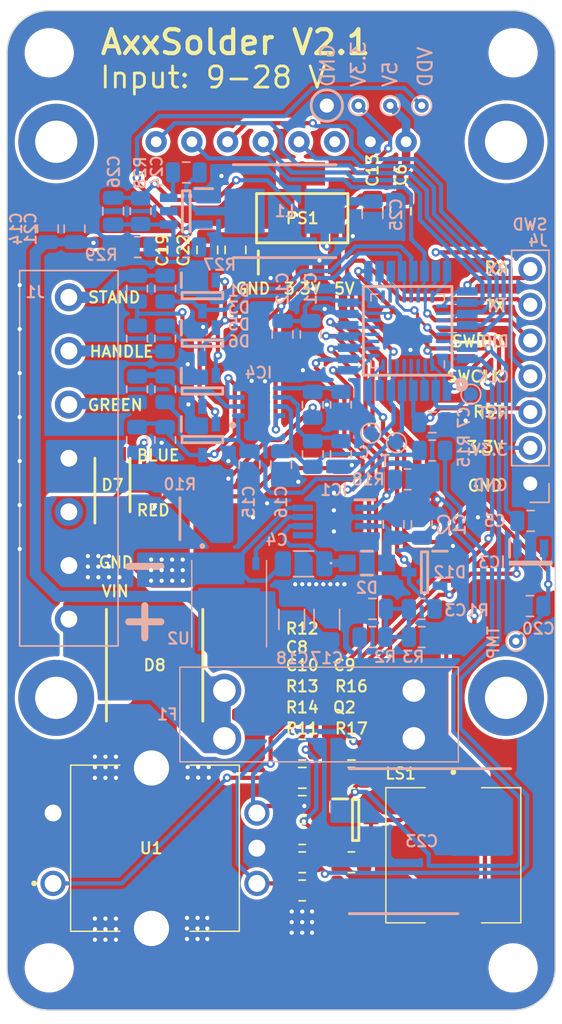
<source format=kicad_pcb>
(kicad_pcb (version 20221018) (generator pcbnew)
  (layers (0 "F.Cu" signal) (31 "B.Cu" signal) (34 "B.Paste" user) (35 "F.Paste" user) (36 "B.SilkS" user "B.Silkscreen") (37 "F.SilkS" user "F.Silkscreen") (38 "B.Mask" user) (39 "F.Mask" user) (44 "Edge.Cuts" user))
  (net 0 "")
  (net 1 "Net-(IC1-BOOST)")
  (net 2 "/Ambient_temp")
  (net 3 "+3.3V")
  (net 4 "/ENC_B")
  (net 5 "/ENC_A")
  (net 6 "/ENC_Button")
  (net 7 "/Heater")
  (net 8 "/Current")
  (net 9 "/Thermocouple")
  (net 10 "/SWCLK")
  (net 11 "/SWDIO")
  (net 12 "/RST")
  (net 13 "Net-(C3-Pad1)")
  (net 14 "+5V")
  (net 15 "/RED")
  (net 17 "Net-(D5-common)")
  (net 18 "Net-(Q2-Pad1)")
  (net 19 "/BLUE")
  (net 20 "/Input1")
  (net 21 "/GREEN")
  (net 22 "/Input0")
  (net 23 "/Busvoltage")
  (net 24 "Net-(D6-common)")
  (net 25 "Net-(J1-Pin_7)")
  (net 27 "Net-(IC1-TG)")
  (net 28 "/SPI_MOSI")
  (net 29 "/SPI_SCK")
  (net 30 "/SPI_CS")
  (net 31 "/SPI_DC")
  (net 32 "/SPI_RST")
  (net 33 "/MCU_RX")
  (net 34 "/MCU_TX")
  (net 35 "/Buzzer")
  (net 36 "Net-(IC2-PF0-OSC_IN)")
  (net 37 "/HandleStand")
  (net 38 "GND")
  (net 39 "VDD")
  (net 40 "/TipChanger")
  (net 41 "Net-(IC2-PF1-OSC_OUT)")
  (net 42 "Net-(IC2-PA8)")
  (net 43 "Net-(IC2-PB7)")
  (net 44 "Net-(IC2-PB8-BOOT0)")
  (net 45 "Net-(IC4-+IN_B)")
  (net 46 "Net-(IC4--IN_B)")
  (net 48 "Net-(LS1--)")
  (net 49 "Net-(IC6-BOOT)")
  (net 50 "Net-(IC6-SW)")
  (net 51 "Net-(IC6-FB)")
  (net 52 "Net-(R27-Pad2)")
  (footprint "Capacitor_SMD:C_0805_2012Metric" (layer "F.Cu") (at 121.5 99.5 180)
    (fp_text reference "C9")
    (fp_text value "100n")
  )
  (footprint "Capacitor_SMD:C_0805_2012Metric" (layer "F.Cu") (at 118 103.5)
    (fp_text reference "C10")
    (fp_text value "100n")
  )
  (footprint "MountingHole:MountingHole_3mm" (layer "F.Cu") (at 100 115)
    (fp_text reference "H2" hide)
    (fp_text value "MountingHole" hide)
  )
  (footprint "Capacitor_SMD:C_0805_2012Metric" (layer "F.Cu") (at 123 61.25 90)
    (fp_text reference "C13")
    (fp_text value "100n")
  )
  (footprint "MountingHole:MountingHole_3mm" (layer "F.Cu") (at 133 50)
    (fp_text reference "H3" hide)
    (fp_text value "MountingHole" hide)
  )
  (footprint "Resistor_SMD:R_0805_2012Metric" (layer "F.Cu") (at 118 99.5 180)
    (fp_text reference "R12")
    (fp_text value "10k")
  )
  (footprint "Capacitor_SMD:C_0805_2012Metric" (layer "F.Cu") (at 125 61.25 90)
    (fp_text reference "C6")
    (fp_text value "10u")
  )
  (footprint "2N7002NXAKR:SOT95P230X110-3N" (layer "F.Cu") (at 121.8 104.5)
    (fp_text reference "Q2")
    (fp_text value "2N7002NXAKR" hide)
  )
  (footprint "Resistor_SMD:R_0805_2012Metric" (layer "F.Cu") (at 121.5 101.5 180)
    (fp_text reference "R16")
    (fp_text value "10k")
  )
  (footprint "SMCJ24CA:DIONM7969X262N" (layer "F.Cu") (at 107.5 93.5 90)
    (fp_text reference "D8")
    (fp_text value "SMCJ24CA" hide)
  )
  (footprint "Resistor_SMD:R_0805_2012Metric" (layer "F.Cu") (at 118 107.5)
    (fp_text reference "R14")
    (fp_text value "10k")
  )
  (footprint "Resistor_SMD:R_0805_2012Metric" (layer "F.Cu") (at 118 109.5)
    (fp_text reference "R11")
    (fp_text value "10k")
  )
  (footprint "CMI-9653S-SMT-TR:CMI9653SSMTTR" (layer "F.Cu") (at 128.75 106.75 -90)
    (fp_text reference "LS1")
    (fp_text value "CMI-9653S-SMT-TR" hide)
  )
  (footprint "Resistor_SMD:R_0805_2012Metric" (layer "F.Cu") (at 121.5 107.5)
    (fp_text reference "R17")
    (fp_text value "4k7")
  )
  (footprint "Capacitor_SMD:C_0805_2012Metric" (layer "F.Cu") (at 111.25 64 -90)
    (fp_text reference "C19")
    (fp_text value "10u")
  )
  (footprint "1_5inch-rgb-oled-module_asm-1110:1_5inch-rgb-oled-module_asm-1110" (layer "F.Cu") (at 116.5 56.32 180)
    (fp_text reference "D4" hide)
    (fp_text value "Waveshare 1.5inch OLED Module")
  )
  (footprint "PMEG10030ELPX:SODFL4725X110N" (layer "F.Cu") (at 104.5 80.7 90)
    (fp_text reference "D7")
    (fp_text value "PMEG10030ELPX" hide)
  )
  (footprint "testpin black 1mm:testpin black 1mm" (layer "F.Cu") (at 119.75 53.75)
    (fp_text reference "TP3" hide)
    (fp_text value "GND_TP" hide)
  )
  (footprint "LD1117AS33TR:SOT230P700X190-4N" (layer "F.Cu") (at 118 61.75 90)
    (fp_text reference "PS1")
    (fp_text value "LD1117AS33TR" hide)
  )
  (footprint "Capacitor_SMD:C_0805_2012Metric" (layer "F.Cu") (at 113.25 64 -90)
    (fp_text reference "C22")
    (fp_text value "100n")
  )
  (footprint "Resistor_SMD:R_0805_2012Metric" (layer "F.Cu") (at 118 105.5 180)
    (fp_text reference "R13")
    (fp_text value "10k")
  )
  (footprint "PEC11L-4220F-S0015:PEC11L4220FS0015" (layer "F.Cu") (at 106.8 106.5 90)
    (fp_text reference "U1")
    (fp_text value "PEC11L-4220F-S0015" hide)
  )
  (footprint "Capacitor_SMD:C_0805_2012Metric" (layer "F.Cu") (at 118 101.5)
    (fp_text reference "C8")
    (fp_text value "100n")
  )
  (footprint "MountingHole:MountingHole_3mm" (layer "F.Cu") (at 100 50)
    (fp_text reference "H4" hide)
    (fp_text value "MountingHole" hide)
  )
  (footprint "BAT54S,215:SOT95P230X110-3N" (layer "B.Cu") (at 110.9 70.625 -90)
    (fp_text reference "D3")
    (fp_text value "BAT54S" hide)
  )
  (footprint "691243310007:691243310007" (layer "B.Cu") (at 101.4 78.8 -90)
    (fp_text reference "J1")
    (fp_text value "Conn_01x07_Male")
  )
  (footprint "WSLP25122L500FEA:RESC6432X89N" (layer "B.Cu") (at 109.3 83.1 180)
    (fp_text reference "R10")
    (fp_text value "2m" hide)
  )
  (footprint "Resistor_SMD:R_0805_2012Metric" (layer "B.Cu") (at 106.5 61.25 -90)
    (fp_text reference "R28")
    (fp_text value "49.9")
  )
  (footprint "Capacitor_SMD:C_0805_2012Metric" (layer "B.Cu") (at 126.5 83.5 90)
    (fp_text reference "C1")
    (fp_text value "10u")
  )
  (footprint "TestPoint:TestPoint_Pad_D1.0mm" (layer "B.Cu") (at 122.874571 77.01952 180)
    (fp_text reference "TP6" hide)
    (fp_text value "Current_TP" hide)
  )
  (footprint "BSC014N04LS:BSC014N04LS" (layer "B.Cu") (at 112.8 92.2125)
    (fp_text reference "U2")
    (fp_text value "BSC014N04LS")
  )
  (footprint "TestPoint:TestPoint_THTPad_D1.0mm_Drill0.5mm" (layer "B.Cu") (at 133.2 91.8 180)
    (fp_text reference "TP1" hide)
    (fp_text value "AmbTemp_TP" hide)
  )
  (footprint "Resistor_SMD:R_0805_2012Metric" (layer "B.Cu") (at 108.25 70.3 -90)
    (fp_text reference "R6" hide)
    (fp_text value "4k7")
  )
  (footprint "Resistor_SMD:R_0805_2012Metric" (layer "B.Cu") (at 108.25 77.5 -90)
    (fp_text reference "R21" hide)
    (fp_text value "470k")
  )
  (footprint "Resistor_SMD:R_0805_2012Metric" (layer "B.Cu") (at 106.25 73.9 90)
    (fp_text reference "R19" hide)
    (fp_text value "1k5")
  )
  (footprint "Capacitor_SMD:C_0805_2012Metric" (layer "B.Cu") (at 123 89.5 180)
    (fp_text reference "C3")
    (fp_text value "100n")
  )
  (footprint "OPA2333AIDRBR:SON65P300X300X100-9N-D" (layer "B.Cu") (at 114.925 74.8)
    (fp_text reference "IC4")
    (fp_text value "OPA2333AIDRBR" hide)
  )
  (footprint "SRP7028CC-100M:INDPM7366X300N" (layer "B.Cu") (at 116.75 61.25)
    (fp_text reference "L1")
    (fp_text value "SRP7028CC-100M" hide)
  )
  (footprint "TestPoint:TestPoint_Pad_D1.0mm" (layer "B.Cu") (at 130 74.25 180)
    (fp_text reference "TP2" hide)
    (fp_text value "TestPoint")
  )
  (footprint "Capacitor_SMD:C_1206_3216Metric" (layer "B.Cu") (at 119.75 90.25 90)
    (fp_text reference "C17")
    (fp_text value "22u")
  )
  (footprint "Resistor_SMD:R_0805_2012Metric" (layer "B.Cu") (at 106.25 77.5 90)
    (fp_text reference "R20" hide)
    (fp_text value "1k5")
  )
  (footprint "Capacitor_SMD:C_0805_2012Metric" (layer "B.Cu") (at 134.25 83.25)
    (fp_text reference "C5")
    (fp_text value "100n")
  )
  (footprint "Capacitor_SMD:C_0805_2012Metric" (layer "B.Cu") (at 99.9 62.5 -90)
    (fp_text reference "C14")
    (fp_text value "10u")
  )
  (footprint "Capacitor_SMD:C_0805_2012Metric" (layer "B.Cu") (at 116.5 79.25 -90)
    (fp_text reference "C16")
    (fp_text value "1n")
  )
  (footprint "Resistor_SMD:R_0805_2012Metric" (layer "B.Cu") (at 123 91.5)
    (fp_text reference "R2")
    (fp_text value "47k")
  )
  (footprint "Resistor_SMD:R_0805_2012Metric" (layer "B.Cu") (at 126.5 91.5)
    (fp_text reference "R3")
    (fp_text value "6k8")
  )
  (footprint "BAT54S,215:SOT95P230X110-3N" (layer "B.Cu") (at 126.7 86.9 180)
    (fp_text reference "D12")
    (fp_text value "BAT54S" hide)
  )
  (footprint "BAT54S,215:SOT95P230X110-3N" (layer "B.Cu") (at 110.9 67.25 -90)
    (fp_text reference "D1")
    (fp_text value "BAT54S" hide)
  )
  (footprint "3557-2:3557-2" (layer "B.Cu") (at 119.2 97 180)
    (fp_text reference "F1")
    (fp_text value "10A Fuse" hide)
  )
  (footprint "Resistor_SMD:R_0805_2012Metric" (layer "B.Cu") (at 106.25 66.75 90)
    (fp_text reference "R8" hide)
    (fp_text value "10k")
  )
  (footprint "Capacitor_SMD:C_1206_3216Metric" (layer "B.Cu") (at 117.25 90.25 90)
    (fp_text reference "C18")
    (fp_text value "22u")
  )
  (footprint "Resistor_SMD:R_0805_2012Metric" (layer "B.Cu") (at 108.25 73.9 90)
    (fp_text reference "R22" hide)
    (fp_text value "470k")
  )
  (footprint "Connector_PinSocket_2.54mm:PinSocket_1x07_P2.54mm_Vertical" (layer "B.Cu") (at 134.225 80.6)
    (fp_text reference "J4")
    (fp_text value "Conn_01x07_Male" hide)
  )
  (footprint "TMP236AQDBZRQ1:SOT95P237X112-3N" (layer "B.Cu") (at 134.25 86.25 -90)
    (fp_text reference "IC3")
    (fp_text value "TMP236AQDBZRQ1" hide)
  )
  (footprint "Resistor_SMD:R_0805_2012Metric" (layer "B.Cu") (at 106.3 63.8 180)
    (fp_text reference "R29")
    (fp_text value "13k3")
  )
  (footprint "Resistor_SMD:R_0805_2012Metric" (layer "B.Cu") (at 120.75 78.5 90)
    (fp_text reference "R26" hide)
    (fp_text value "4k7")
  )
  (footprint "TestPoint:TestPoint_THTPad_D1.0mm_Drill0.5mm" (layer "B.Cu") (at 122 53.75 180)
    (fp_text reference "TP9" hide)
    (fp_text value "3.3V_TP" hide)
  )
  (footprint "Resistor_SMD:R_0805_2012Metric" (layer "B.Cu") (at 120.75 75 -90)
    (fp_text reference "R23" hide)
    (fp_text value "220k")
  )
  (footprint "Resistor_SMD:R_0805_2012Metric" (layer "B.Cu") (at 108.25 66.75 90)
    (fp_text reference "R5" hide)
    (fp_text value "4k7")
  )
  (footprint "Capacitor_SMD:C_0805_2012Metric" (layer "B.Cu") (at 118.6 70 -90)
    (fp_text reference "C11")
    (fp_text value "100n")
  )
  (footprint "Resistor_SMD:R_0805_2012Metric" (layer "B.Cu") (at 125.5 80.3)
    (fp_text reference "R18")
    (fp_text value "10k")
  )
  (footprint "TestPoint:TestPoint_Pad_D1.0mm" (layer "B.Cu") (at 124.7 77.7 180)
    (fp_text reference "TP5" hide)
    (fp_text value "Thermocouple_TP" hide)
  )
  (footprint "MountingHole:MountingHole_3mm" (layer "B.Cu") (at 133 115 180)
    (fp_text reference "H1" hide)
    (fp_text value "MountingHole" hide)
  )
  (footprint "TestPoint:TestPoint_THTPad_D1.0mm_Drill0.5mm" (layer "B.Cu") (at 124.25 53.75 180)
    (fp_text reference "TP7" hide)
    (fp_text value "5V_TP" hide)
  )
  (footprint "TPS54302DDCR:SOT95P280X110-6N" (layer "B.Cu") (at 109.75 61.25 180)
    (fp_text reference "IC6" hide)
    (fp_text value "TPS54302DDCR" hide)
  )
  (footprint "PMEG6020ER,115:PMEG6020ER115" (layer "B.Cu") (at 122.6 86.25)
    (fp_text reference "D2")
    (fp_text value "PMEG6020ER" hide)
  )
  (footprint "BAT54S,215:SOT95P230X110-3N" (layer "B.Cu") (at 110.9 74.025 -90)
    (fp_text reference "D5")
    (fp_text value "BAT54S" hide)
  )
  (footprint "LTC4440AHMS8E-5#PBF:SOP65P490X110-9N" (layer "B.Cu") (at 120.25 83.3 180)
    (fp_text reference "IC1")
    (fp_text value "LTC4440AHMS8E-5#PBF" hide)
  )
  (footprint "Capacitor_SMD:C_1206_3216Metric" (layer "B.Cu") (at 118.1 86.3)
    (fp_text reference "C4")
    (fp_text value "22u")
  )
  (footprint "Resistor_SMD:R_0805_2012Metric" (layer "B.Cu") (at 118.75 78.5 -90)
    (fp_text reference "R24" hide)
    (fp_text value "220k")
  )
  (footprint "Package_DFN_QFN:UFQFPN-32-1EP_5x5mm_P0.5mm_EP3.5x3.5mm" (layer "B.Cu") (at 125.5 69.75 90)
    (fp_text reference "IC5" hide)
    (fp_text value "STM32G431KBT6")
  )
  (footprint "Capacitor_SMD:C_0805_2012Metric" (layer "B.Cu") (at 127.25 76.25 180)
    (fp_text reference "C7")
    (fp_text value "100n")
  )
  (footprint "Resistor_SMD:R_0805_2012Metric" (layer "B.Cu") (at 106.25 70.3 -90)
    (fp_text reference "R9" hide)
    (fp_text value "10k")
  )
  (footprint "Capacitor_SMD:C_0805_2012Metric" (layer "B.Cu") (at 123 61.5 90)
    (fp_text reference "C25")
    (fp_text value "22u")
  )
  (footprint "TestPoint:TestPoint_THTPad_D1.0mm_Drill0.5mm" (layer "B.Cu") (at 126.5 53.75 180)
    (fp_text reference "TP8" hide)
    (fp_text value "VDD_TP" hide)
  )
  (footprint "Capacitor_SMD:C_0805_2012Metric" (layer "B.Cu") (at 101.8 62.5 -90)
    (fp_text reference "C21")
    (fp_text value "100n")
  )
  (footprint "Resistor_SMD:R_0805_2012Metric" (layer "B.Cu") (at 127.25 78.25)
    (fp_text reference "R15")
    (fp_text value "220")
  )
  (footprint "Resistor_SMD:R_0805_2012Metric" (layer "B.Cu") (at 126.5 89.5)
    (fp_text reference "R1")
    (fp_text value "4k7")
  )
  (footprint "Resistor_SMD:R_0805_2012Metric" (layer "B.Cu") (at 118.75 75 -90)
    (fp_text reference "R25" hide)
    (fp_text value "4k7")
  )
  (footprint "Capacitor_SMD:C_0805_2012Metric" (layer "B.Cu") (at 116.6 70 -90)
    (fp_text reference "C12")
    (fp_text value "10u")
  )
  (footprint "Capacitor_SMD:C_0805_2012Metric" (layer "B.Cu") (at 109.75 58.5)
    (fp_text reference "C24")
    (fp_text value "10u")
  )
  (footprint "Capacitor_SMD:C_0805_2012Metric" (layer "B.Cu") (at 124.5 83.5 90)
    (fp_text reference "C2")
    (fp_text value "100n")
  )
  (footprint "EMZR500ARA331MJA0G:CAPAE1030X1050N" (layer "B.Cu") (at 126.5 106 180)
    (fp_text reference "C23")
    (fp_text value "330u" hide)
  )
  (footprint "Resistor_SMD:R_0805_2012Metric" (layer "B.Cu") (at 109.75 63.8)
    (fp_text reference "R27")
    (fp_text value "100k")
  )
  (footprint "BAT54S,215:SOT95P230X110-3N" (layer "B.Cu") (at 110.9 77.475 -90)
    (fp_text reference "D6")
    (fp_text value "BAT54S" hide)
  )
  (footprint "Capacitor_SMD:C_0805_2012Metric" (layer "B.Cu") (at 134.2 89.3 180)
    (fp_text reference "C20")
    (fp_text value "100n")
  )
  (footprint "Capacitor_SMD:C_0805_2012Metric" (layer "B.Cu") (at 104.55 61.25 90)
    (fp_text reference "C26")
    (fp_text value "75p")
  )
  (footprint "Capacitor_SMD:C_0805_2012Metric" (layer "B.Cu") (at 114.25 79.25 -90)
    (fp_text reference "C15")
    (fp_text value "1n" hide)
  )
  (footprint "STM32G431KBT6:QFP80P900X900X160-32N" (layer "B.Cu") (at 125.5 69.75 90)
    (fp_text reference "IC2" hide)
    (fp_text value "STM32G431KBT6" hide)
  )
  (gr_circle (center 119.75 53.75) (end 120.868034 53.75) (stroke (width 0.2)) (fill none) (layer "B.SilkS"))
  (gr_arc (start 133 47) (mid 135.12132 47.87868) (end 136 50) (stroke (width 0.1)) (layer "Edge.Cuts"))
  (gr_line (start 97 115) (end 97 50) (stroke (width 0.1)) (layer "Edge.Cuts"))
  (gr_arc (start 136 115) (mid 135.12132 117.12132) (end 133 118) (stroke (width 0.1)) (layer "Edge.Cuts"))
  (gr_line (start 133 118) (end 100 118) (stroke (width 0.1)) (layer "Edge.Cuts"))
  (gr_arc (start 100 118) (mid 97.87868 117.12132) (end 97 115) (stroke (width 0.1)) (layer "Edge.Cuts"))
  (gr_line (start 136 50) (end 136 115) (stroke (width 0.1)) (layer "Edge.Cuts"))
  (gr_arc (start 97 50) (mid 97.87868 47.87868) (end 100 47) (stroke (width 0.1)) (layer "Edge.Cuts"))
  (gr_line (start 100 47) (end 133 47) (stroke (width 0.1)) (layer "Edge.Cuts"))
  (gr_text "T" (at 123.9 79) (layer "B.SilkS") (effects (font (size 0.8 0.8)) (justify mirror)))
  (gr_text "RST" (at 131.6 75.6) (layer "B.SilkS") (effects (font (size 0.8 0.8)) (justify mirror)))
  (gr_text "-" (at 106.8 86.7 180) (layer "B.SilkS") (effects (font (size 3 3) (thickness 0.5) bold) (justify mirror)))
  (gr_text "TX" (at 131.9 67.9) (layer "B.SilkS") (effects (font (size 0.8 0.8)) (justify mirror)))
  (gr_text "RX" (at 131.9 65.4) (layer "B.SilkS") (effects (font (size 0.8 0.8)) (justify mirror)))
  (gr_text "CLK" (at 131.6 73) (layer "B.SilkS") (effects (font (size 0.8 0.8)) (justify mirror)))
  (gr_text "DIO" (at 131.7 70.5) (layer "B.SilkS") (effects (font (size 0.8 0.8)) (justify mirror)))
  (gr_text "VDD" (at 126.75 51 90) (layer "B.SilkS") (effects (font (size 1 1)) (justify mirror)))
  (gr_text "GND" (at 131.4 80.7) (layer "B.SilkS") (effects (font (size 0.8 0.8)) (justify mirror)))
  (gr_text "TMP" (at 131.6 91.9 90) (layer "B.SilkS") (effects (font (size 0.8 0.8)) (justify mirror)))
  (gr_text "3.3V" (at 122 50.809524 90) (layer "B.SilkS") (effects (font (size 1 1)) (justify mirror)))
  (gr_text "3.3V" (at 131.3 78.2) (layer "B.SilkS") (effects (font (size 0.8 0.8)) (justify mirror)))
  (gr_text "SWD" (at 134.2 62.2) (layer "B.SilkS") (effects (font (size 0.8 0.8)) (justify mirror)))
  (gr_text "GND" (at 119.799667 50.904762 90) (layer "B.SilkS") (effects (font (size 1 1)) (justify mirror)))
  (gr_text "C" (at 122.4 78.4) (layer "B.SilkS") (effects (font (size 0.8 0.8)) (justify mirror)))
  (gr_text "+" (at 106.8 90.2) (layer "B.SilkS") (effects (font (size 3 3) (thickness 0.5) bold) (justify mirror)))
  (gr_text "5V" (at 124.25 51.523809 90) (layer "B.SilkS") (effects (font (size 1 1)) (justify mirror)))
  (gr_text "AxxSolder V2.1" (at 103.5 49.25) (layer "F.SilkS") (effects (font (size 1.7 1.7) (thickness 0.3)) (justify left)))
  (gr_text "GND" (at 131 80.75) (layer "F.SilkS") (effects (font (size 0.8 0.8))))
  (gr_text "BLUE" (at 107.75 78.6) (layer "F.SilkS") (effects (font (size 0.8 0.8))))
  (gr_text "3.3V" (at 131 78) (layer "F.SilkS") (effects (font (size 0.8 0.8))))
  (gr_text "STAND\n" (at 104.625 67.375) (layer "F.SilkS") (effects (font (size 0.8 0.8))))
  (gr_text "3.3V" (at 118 66.75) (layer "F.SilkS") (effects (font (size 0.8 0.8))))
  (gr_text "SWCLK" (at 130.25 73) (layer "F.SilkS") (effects (font (size 0.8 0.8))))
  (gr_text "GREEN" (at 104.7 75.025) (layer "F.SilkS") (effects (font (size 0.8 0.8))))
  (gr_text "RED" (at 107.4 82.5) (layer "F.SilkS") (effects (font (size 0.8 0.8))))
  (gr_text "GND" (at 104.75 86.2) (layer "F.SilkS") (effects (font (size 0.8 0.8))))
  (gr_text "VIN" (at 104.7 88.25) (layer "F.SilkS") (effects (font (size 0.8 0.8))))
  (gr_text "RX" (at 131.75 65.25) (layer "F.SilkS") (effects (font (size 0.8 0.8))))
  (gr_text "SWDIO" (at 130.5 70.5) (layer "F.SilkS") (effects (font (size 0.8 0.8))))
  (gr_text "RST" (at 131.25 75.5) (layer "F.SilkS") (effects (font (size 0.8 0.8))))
  (gr_text "Input: 9-28 V" (at 103.5 51.75) (layer "F.SilkS") (effects (font (size 1.5 1.5) (thickness 0.2)) (justify left)))
  (gr_text "TX" (at 131.75 68) (layer "F.SilkS") (effects (font (size 0.8 0.8))))
  (gr_text "GND" (at 114.5 66.75) (layer "F.SilkS") (effects (font (size 0.8 0.8))))
  (gr_text "5V" (at 121 66.75) (layer "F.SilkS") (effects (font (size 0.8 0.8))))
  (gr_text "HANDLE" (at 105.15 71.225) (layer "F.SilkS") (effects (font (size 0.8 0.8))))
  (segment (start 120.95 86) (end 121.2 86.25) (width 0.3) (layer "B.Cu") (net 1))
  (segment (start 117.1255 85) (end 116.75 84.6245) (width 0.3) (layer "B.Cu") (net 1))
  (segment (start 119.775 86.3) (end 118.475 85) (width 0.3) (layer "B.Cu") (net 1))
  (segment (start 116.75 84.6245) (end 116.75 84) (width 0.3) (layer "B.Cu") (net 1))
  (segment (start 117.125 83.625) (end 118.038 83.625) (width 0.3) (layer "B.Cu") (net 1))
  (segment (start 121.2 86.25) (end 119.825 86.25) (width 0.6) (layer "B.Cu") (net 1))
  (segment (start 116.75 84) (end 117.125 83.625) (width 0.3) (layer "B.Cu") (net 1))
  (segment (start 119.825 86.25) (end 119.775 86.3) (width 0.3) (layer "B.Cu") (net 1))
  (segment (start 118.475 85) (end 117.1255 85) (width 0.3) (layer "B.Cu") (net 1))
  (segment (start 130.95 82.25) (end 135.5 86.8) (width 0.3) (layer "F.Cu") (net 2))
  (segment (start 125.25 78.310661) (end 125.25 84) (width 0.3) (layer "F.Cu") (net 2))
  (segment (start 135.5 86.8) (end 135.5 87.75) (width 0.3) (layer "F.Cu") (net 2))
  (segment (start 126 84.75) (end 127.542894 84.75) (width 0.3) (layer "F.Cu") (net 2))
  (segment (start 125.25 84) (end 126 84.75) (width 0.3) (layer "F.Cu") (net 2))
  (segment (start 123.7495 76.810161) (end 125.25 78.310661) (width 0.3) (layer "F.Cu") (net 2))
  (segment (start 130.042894 82.25) (end 130.95 82.25) (width 0.3) (layer "F.Cu") (net 2))
  (segment (start 127.542894 84.75) (end 130.042894 82.25) (width 0.3) (layer "F.Cu") (net 2))
  (segment (start 123.7495 75.892352) (end 123.7495 76.810161) (width 0.3) (layer "F.Cu") (net 2))
  (via (at 135.5 87.75) (size 0.6) (drill 0.3) (layers "F.Cu" "B.Cu") (net 2))
  (via (at 123.7495 75.892352) (size 0.6) (drill 0.3) (layers "F.Cu" "B.Cu") (net 2))
  (segment (start 135.5 87.75) (end 135.5 88.85) (width 0.3) (layer "B.Cu") (net 2))
  (segment (start 122.7 73.2375) (end 122.7 73.988) (width 0.2) (layer "B.Cu") (net 2))
  (segment (start 135.5 86.5) (end 135.5 87.75) (width 0.3) (layer "B.Cu") (net 2))
  (segment (start 135.2 85.2) (end 135.2 86.2) (width 0.3) (layer "B.Cu") (net 2))
  (segment (start 123.75 72.1875) (end 122.7 73.2375) (width 0.2) (layer "B.Cu") (net 2))
  (segment (start 135.15 89.2) (end 135.15 89.85) (width 0.3) (layer "B.Cu") (net 2))
  (segment (start 122.7 73.988) (end 122.7 74.842852) (width 0.3) (layer "B.Cu") (net 2))
  (segment (start 122.7 74.842852) (end 123.7495 75.892352) (width 0.3) (layer "B.Cu") (net 2))
  (segment (start 135.5 88.85) (end 135.15 89.2) (width 0.3) (layer "B.Cu") (net 2))
  (segment (start 135.2 86.2) (end 135.5 86.5) (width 0.3) (layer "B.Cu") (net 2))
  (segment (start 135.15 89.85) (end 133.2 91.8) (width 0.3) (layer "B.Cu") (net 2))
  (segment (start 112 71.5) (end 112 69.515251) (width 0.3) (layer "F.Cu") (net 3))
  (segment (start 118.9125 98.5875) (end 118.9125 99.5) (width 0.3) (layer "F.Cu") (net 3))
  (segment (start 118 108.601) (end 118 106) (width 0.3) (layer "F.Cu") (net 3))
  (segment (start 124.25 92) (end 124.25 92.310657) (width 0.3) (layer "F.Cu") (net 3))
  (segment (start 112.5 66.25) (end 112.5 69.004575) (width 0.3) (layer "F.Cu") (net 3))
  (segment (start 128.5 88.5) (end 128.4755 88.5) (width 0.3) (layer "F.Cu") (net 3))
  (segment (start 121.988 65.512) (end 121.988 65.788) (width 0.3) (layer "F.Cu") (net 3))
  (segment (start 118.25 99.5) (end 118.9125 99.5) (width 0.3) (layer "F.Cu") (net 3))
  (segment (start 118.9125 105.388533) (end 118.11383 104.589863) (width 0.3) (layer "F.Cu") (net 3))
  (segment (start 109.477735 69.0624) (end 109.477735 68.425782) (width 0.3) (layer "F.Cu") (net 3))
  (segment (start 118 64.9) (end 118 63) (width 0.6) (layer "F.Cu") (net 3))
  (segment (start 118.899 109.5) (end 118 108.601) (width 0.3) (layer "F.Cu") (net 3))
  (segment (start 131.25 71.25) (end 131.25 71) (width 0.2) (layer "F.Cu") (net 3))
  (segment (start 111.25 63.05) (end 113.25 63.05) (width 0.6) (layer "F.Cu") (net 3))
  (segment (start 110.6995 70.3005) (end 110.775498 70.224502) (width 0.3) (layer "F.Cu") (net 3))
  (segment (start 133.25 87) (end 130 87) (width 0.3) (layer "F.Cu") (net 3))
  (segment (start 116.1 68.4) (end 116.5 68) (width 0.3) (layer "F.Cu") (net 3))
  (segment (start 115.490087 69.009913) (end 116.5 68) (width 0.3) (layer "F.Cu") (net 3))
  (segment (start 111.025498 70.224502) (end 110.639837 70.224502) (width 0.3) (layer "F.Cu") (net 3))
  (segment (start 110.639837 70.224502) (end 109.477735 69.0624) (width 0.3) (layer "F.Cu") (net 3))
  (segment (start 111.275498 70.224502) (end 111.025498 70.224502) (width 0.3) (layer "F.Cu") (net 3))
  (segment (start 126.907326 70.707326) (end 126.907326 71.157326) (width 0.3) (layer "F.Cu") (net 3))
  (segment (start 118.1 58.5) (end 118 58.6) (width 0.3) (layer "F.Cu") (net 3))
  (segment (start 130 87) (end 128.5 88.5) (width 0.3) (layer "F.Cu") (net 3))
  (segment (start 113.25 63.05) (end 117.95 63.05) (width 0.6) (layer "F.Cu") (net 3))
  (segment (start 118.9125 109.5) (end 118.899 109.5) (width 0.3) (layer "F.Cu") (net 3))
  (segment (start 111.799502 75.5) (end 110.6995 74.399998) (width 0.3) (layer "F.Cu") (net 3))
  (segment (start 127.75 88.5) (end 124.25 92) (width 0.3) (layer "F.Cu") (net 3))
  (segment (start 118.5 105.5) (end 118.9125 105.5) (width 0.3) (layer "F.Cu") (net 3))
  (segment (start 128.829977 73.670023) (end 131.25 71.25) (width 0.3) (layer "F.Cu") (net 3))
  (segment (start 119 98.5) (end 118.9125 98.5875) (width 0.3) (layer "F.Cu") (net 3))
  (segment (start 118 58) (end 118 64.9) (width 0.6) (layer "F.Cu") (net 3))
  (segment (start 124.104278 68.695722) (end 124.5 68.3) (width 0.3) (layer "F.Cu") (net 3))
  (segment (start 116.1 76.729385) (end 116.1 68.4) (width 0.3) (layer "F.Cu") (net 3))
  (segment (start 118 106) (end 118.5 105.5) (width 0.3) (layer "F.Cu") (net 3))
  (segment (start 112.5 69.004575) (end 112.505338 69.009913) (width 0.3) (layer "F.Cu") (net 3))
  (segment (start 124.5 68.3) (end 126.907326 70.707326) (width 0.3) (layer "F.Cu") (net 3))
  (segment (start 127.064652 71) (end 126.907326 71.157326) (width 0.3) (layer "F.Cu") (net 3))
  (segment (start 116.126283 76.755668) (end 116.1 76.729385) (width 0.3) (layer "F.Cu") (net 3))
  (segment (start 131.25 71) (end 127.064652 71) (width 0.3) (layer "F.Cu") (net 3))
  (segment (start 118.9125 105.5) (end 118.9125 105.388533) (width 0.3) (layer "F.Cu") (net 3))
  (segment (start 124.104278 68.6995) (end 124.104278 68.695722) (width 0.3) (layer "F.Cu") (net 3))
  (segment (start 124.25 92.310657) (end 119 97.560657) (width 0.3) (layer "F.Cu") (net 3))
  (segment (start 112 69.515251) (end 112.505338 69.009913) (width 0.3) (layer "F.Cu") (net 3))
  (segment (start 117.95 63.05) (end 118 63) (width 0.6) (layer "F.Cu") (net 3))
  (segment (start 128.4755 88.5) (end 127.75 88.5) (width 0.3) (layer "F.Cu") (net 3))
  (segment (start 112.490087 69.009913) (end 111.275498 70.224502) (width 0.3) (layer "F.Cu") (net 3))
  (segment (start 110.6995 74.399998) (end 110.6995 70.3005) (width 0.3) (layer "F.Cu") (net 3))
  (segment (start 122.418294 58.5) (end 118.1 58.5) (width 0.3) (layer "F.Cu") (net 3))
  (segment (start 118 66.5) (end 116.5 68) (width 0.3) (layer "F.Cu") (net 3))
  (segment (start 112.505338 69.009913) (end 115.490087 69.009913) (width 0.3) (layer "F.Cu") (net 3))
  (segment (start 118 64.9) (end 118 66.5) (width 0.3) (layer "F.Cu") (net 3))
  (segment (start 124.120011 56.798283) (end 122.418294 58.5) (width 0.3) (layer "F.Cu") (net 3))
  (segment (start 119 97.560657) (end 119 98.5) (width 0.3) (layer "F.Cu") (net 3))
  (segment (start 118 63) (end 118 62.2) (width 0.6) (layer "F.Cu") (net 3))
  (segment (start 121.988 65.788) (end 124.5 68.3) (width 0.3) (layer "F.Cu") (net 3))
  (segment (start 112.505338 69.009913) (end 112.490087 69.009913) (width 0.3) (layer "F.Cu") (net 3))
  (segment (start 110.775498 70.224502) (end 111.025498 70.224502) (width 0.3) (layer "F.Cu") (net 3))
  (via (at 116.5 68) (size 0.6) (drill 0.3) (layers "F.Cu" "B.Cu") (net 3))
  (via (at 128.829977 73.670023) (size 0.6) (drill 0.3) (layers "F.Cu" "B.Cu") (net 3))
  (via (at 112.5 66.25) (size 0.6) (drill 0.3) (layers "F.Cu" "B.Cu") (net 3))
  (via (at 109.477735 68.425782) (size 0.6) (drill 0.3) (layers "F.Cu" "B.Cu") (net 3))
  (via (at 118.11383 104.589863) (size 0.6) (drill 0.3) (layers "F.Cu" "B.Cu") (net 3))
  (via (at 126.907326 71.157326) (size 0.6) (drill 0.3) (layers "F.Cu" "B.Cu") (net 3))
  (via (at 116.126283 76.755668) (size 0.6) (drill 0.3) (layers "F.Cu" "B.Cu") (net 3))
  (via (at 133.25 87) (size 0.6) (drill 0.3) (layers "F.Cu" "B.Cu") (net 3))
  (via (at 128.4755 88.5) (size 0.6) (drill 0.3) (layers "F.Cu" "B.Cu") (net 3))
  (via (at 112 71.5) (size 0.6) (drill 0.3) (layers "F.Cu" "B.Cu") (net 3))
  (via (at 112.505338 69.009913) (size 0.6) (drill 0.3) (layers "F.Cu" "B.Cu") (net 3))
  (via (at 111.799502 75.5) (size 0.6) (drill 0.3) (layers "F.Cu" "B.Cu") (net 3))
  (via (at 124.120011 56.798283) (size 0.6) (drill 0.3) (layers "F.Cu" "B.Cu") (net 3))
  (via (at 124.104278 68.6995) (size 0.6) (drill 0.3) (layers "F.Cu" "B.Cu") (net 3))
  (via (at 118.25 99.5) (size 0.6) (drill 0.3) (layers "F.Cu" "B.Cu") (net 3))
  (via (at 121.988 65.512) (size 0.6) (drill 0.3) (layers "F.Cu" "B.Cu") (net 3))
  (via (at 131.25 71) (size 0.6) (drill 0.3) (layers "F.Cu" "B.Cu") (net 3))
  (segment (start 128.1 73.0375) (end 127.25 72.1875) (width 0.2) (layer "B.Cu") (net 3))
  (segment (start 127.8 87.85) (end 127.8255 87.85) (width 0.3) (layer "B.Cu") (net 3))
  (segment (start 111.85 72.925) (end 111.85 71.65) (width 0.3) (layer "B.Cu") (net 3))
  (segment (start 127.175 71.425) (end 126.907326 71.157326) (width 0.2) (layer "B.Cu") (net 3))
  (segment (start 128.1 73.8) (end 128.1 73.0375) (width 0.2) (layer "B.Cu") (net 3))
  (segment (start 122.2995 67.8995) (end 122.15 67.75) (width 0.2) (layer "B.Cu") (net 3))
  (segment (start 123.75 67.3125) (end 122.7 66.2625) (width 0.2) (layer "B.Cu") (net 3))
  (segment (start 118.11383 104.589863) (end 118.453693 104.25) (width 0.3) (layer "B.Cu") (net 3))
  (segment (start 127.175 72.1125) (end 127.175 71.425) (width 0.2) (layer "B.Cu") (net 3))
  (segment (start 132.5 78.06) (end 132.5 82.45) (width 0.3) (layer "B.Cu") (net 3))
  (segment (start 122.15 67.75) (end 121.262 67.75) (width 0.2) (layer "B.Cu") (net 3))
  (segment (start 118.25 69.05) (end 119.2 69.05) (width 0.3) (layer "B.Cu") (net 3))
  (segment (start 111.85 66.15) (end 112.4 66.15) (width 0.3) (layer "B.Cu") (net 3))
  (segment (start 116.5 69.05) (end 118.25 69.05) (width 0.3) (layer "B.Cu") (net 3))
  (segment (start 128.288 73.988) (end 128.1 73.8) (width 0.2) (layer "B.Cu") (net 3))
  (segment (start 123.0625 68.5) (end 122.6 68.5) (width 0.2) (layer "B.Cu") (net 3))
  (segment (start 112.365087 69.009913) (end 111.85 69.525) (width 0.3) (layer "B.Cu") (net 3))
  (segment (start 112.4 66.15) (end 112.5 66.25) (width 0.3) (layer "B.Cu") (net 3))
  (segment (start 133.25 87) (end 133.25 85.25) (width 0.3) (layer "B.Cu") (net 3))
  (segment (start 106.25 68.45) (end 106.325 68.525) (width 0.3) (layer "B.Cu") (net 3))
  (segment (start 118.453693 104.25) (end 118.460161 104.25) (width 0.3) (layer "B.Cu") (net 3))
  (segment (start 128.3 73.988) (end 128.288 73.988) (width 0.2) (layer "B.Cu") (net 3))
  (segment (start 121.988 65.512) (end 122.7 65.512) (width 0.3) (layer "B.Cu") (net 3))
  (segment (start 111.85 71.65) (end 112 71.5) (width 0.3) (layer "B.Cu") (net 3))
  (segment (start 112.505338 69.009913) (end 112.365087 69.009913) (width 0.3) (layer "B.Cu") (net 3))
  (segment (start 133.3 85.2) (end 133.3 83.25) (width 0.3) (layer "B.Cu") (net 3))
  (segment (start 127.8255 87.85) (end 128.4755 88.5) (width 0.3) (layer "B.Cu") (net 3))
  (segment (start 121.262 67.75) (end 121.462 67.95) (width 0.2) (layer "B.Cu") (net 3))
  (segment (start 106.25 68.45) (end 106.25 69.3375) (width 0.3) (layer "B.Cu") (net 3))
  (segment (start 123.904778 68.5) (end 123.0625 68.5) (width 0.2) (layer "B.Cu") (net 3))
  (segment (start 132.5 82.45) (end 133.3 83.25) (width 0.3) (layer "B.Cu") (net 3))
  (segment (start 120.0245 67.45) (end 119.139888 67.45) (width 0.3) (layer "B.Cu") (net 3))
  (segment (start 106.325 68.525) (end 109.378517 68.525) (width 0.3) (layer "B.Cu") (net 3))
  (segment (start 119 103.710161) (end 119 100.25) (width 0.3) (layer "B.Cu") (net 3))
  (segment (start 124.25 56.668294) (end 124.25 56) (width 0.3) (layer "B.Cu") (net 3))
  (segment (start 124.120011 56.798283) (end 124.25 56.668294) (width 0.3) (layer "B.Cu") (net 3))
  (segment (start 111.85 76.375) (end 111.85 75.550498) (width 0.3) (layer "B.Cu") (net 3))
  (segment (start 118.7005 67.4995) (end 118.2 68) (width 0.3) (layer "B.Cu") (net 3))
  (segment (start 121.262 67.75) (end 121.112 67.6) (width 0.3) (layer "B.Cu") (net 3))
  (segment (start 122.6 68.5) (end 122.2995 68.1995) (width 0.2) (layer "B.Cu") (net 3))
  (segment (start 116.126283 76.755668) (end 116.126283 75.998717) (width 0.3) (layer "B.Cu") (net 3))
  (segment (start 111.85 75.550498) (end 111.799502 75.5) (width 0.3) (layer "B.Cu") (net 3))
  (segment (start 119.090388 67.4995) (end 118.7005 67.4995) (width 0.3) (layer "B.Cu") (net 3))
  (segment (start 128.4755 88.5) (end 128.35 88.5) (width 0.3) (layer "B.Cu") (net 3))
  (segment (start 119 100.25) (end 118.25 99.5) (width 0.3) (layer "B.Cu") (net 3))
  (segment (start 119.139888 67.45) (end 119.090388 67.4995) (width 0.3) (layer "B.Cu") (net 3))
  (segment (start 122.2995 68.1995) (end 122.2995 67.8995) (width 0.2) (layer "B.Cu") (net 3))
  (segment (start 118.2 68.65) (end 118.6 69.05) (width 0.3) (layer "B.Cu") (net 3))
  (segment (start 124.25 56) (end 122 53.75) (width 0.3) (layer "B.Cu") (net 3))
  (segment (start 132.5 78.06) (end 132.5 72.25) (width 0.3) (layer "B.Cu") (net 3))
  (segment (start 123.7375 67.325) (end 123.75 67.3125) (width 0.2) (layer "B.Cu") (net 3))
  (segment (start 121.112 67.6) (end 120.1745 67.6) (width 0.3) (layer "B.Cu") (net 3))
  (segment (start 116.126283 75.998717) (end 116.35 75.775) (width 0.3) (layer "B.Cu") (net 3))
  (segment (start 134.225 78.06) (end 132.5 78.06) (width 0.3) (layer "B.Cu") (net 3))
  (segment (start 119.2 68.85) (end 119 69.05) (width 0.3) (layer "B.Cu") (net 3))
  (segment (start 116.5 69.05) (end 116.5 68) (width 0.3) (layer "B.Cu") (net 3))
  (segment (start 122.7 66.2625) (end 122.7 65.512) (width 0.2) (layer "B.Cu") (net 3))
  (segment (start 128.3 73.988) (end 128.512 73.988) (width 0.2) (layer "B.Cu") (net 3))
  (segment (start 132.5 72.25) (end 131.25 71) (width 0.3) (layer "B.Cu") (net 3))
  (segment (start 118.2 68) (end 118.2 68.65) (width 0.3) (layer "B.Cu") (net 3))
  (segment (start 106.25 67.6625) (end 106.25 68.45) (width 0.3) (layer "B.Cu") (net 3))
  (segment (start 124.104278 68.6995) (end 123.904778 68.5) (width 0.2) (layer "B.Cu") (net 3))
  (segment (start 109.378517 68.525) (end 109.477735 68.425782) (width 0.3) (layer "B.Cu") (net 3))
  (segment (start 118.460161 104.25) (end 119 103.710161) (width 0.3) (layer "B.Cu") (net 3))
  (segment (start 116.126283 76.755668) (end 116.05 76.679385) (width 0.3) (layer "B.Cu") (net 3))
  (segment (start 128.512 73.988) (end 128.829977 73.670023) (width 0.2) (layer "B.Cu") (net 3))
  (segment (start 133.25 85.25) (end 133.3 85.2) (width 0.3) (layer "B.Cu") (net 3))
  (segment (start 120.1745 67.6) (end 120.0245 67.45) (width 0.3) (layer "B.Cu") (net 3))
  (segment (start 127.25 72.1875) (end 127.175 72.1125) (width 0.2) (layer "B.Cu") (net 3))
  (segment (start 117.3245 97.821945) (end 117.3245 98.1755) (width 0.3) (layer "F.Cu") (net 4))
  (segment (start 121.846782 98.896782) (end 122.45 99.5) (width 0.3) (layer "F.Cu") (net 4))
  (segment (start 116.5875 109) (end 117.0875 109.5) (width 0.3) (layer "F.Cu") (net 4))
  (segment (start 122 73) (end 122 77.25) (width 0.3) (layer "F.Cu") (net 4))
  (segment (start 114.775 109) (end 116.5875 109) (width 0.3) (layer "F.Cu") (net 4))
  (segment (start 123.5 78.75) (end 123.5 80.889721) (width 0.3) (layer "F.Cu") (net 4))
  (segment (start 120.05703 71.0505) (end 120.05703 71.05703) (width 0.3) (layer "F.Cu") (net 4))
  (segment (start 120.05703 71.05703) (end 122 73) (width 0.3) (layer "F.Cu") (net 4))
  (segment (start 123.25 81.139721) (end 123.25 91.896445) (width 0.3) (layer "F.Cu") (net 4))
  (segment (start 122 77.25) (end 123.5 78.75) (width 0.3) (layer "F.Cu") (net 4))
  (segment (start 123.25 91.896445) (end 117.3245 97.821945) (width 0.3) (layer "F.Cu") (net 4))
  (segment (start 121.639769 98.896782) (end 121.846782 98.896782) (width 0.3) (layer "F.Cu") (net 4))
  (segment (start 123.5 80.889721) (end 123.25 81.139721) (width 0.3) (layer "F.Cu") (net 4))
  (via (at 121.639769 98.896782) (size 0.6) (drill 0.3) (layers "F.Cu" "B.Cu") (net 4))
  (via (at 120.05703 71.0505) (size 0.6) (drill 0.3) (layers "F.Cu" "B.Cu") (net 4))
  (via (at 117.3245 98.1755) (size 0.6) (drill 0.3) (layers "F.Cu" "B.Cu") (net 4))
  (segment (start 117.406013 98.257013) (end 121 98.257013) (width 0.3) (layer "B.Cu") (net 4))
  (segment (start 114.775 109.275) (end 114.775 109) (width 0.3) (layer "B.Cu") (net 4))
  (segment (start 113.4 101.6) (end 113.4 107.625) (width 0.3) (layer "B.Cu") (net 4))
  (segment (start 116.8245 98.1755) (end 113.4 101.6) (width 0.3) (layer "B.Cu") (net 4))
  (segment (start 121.95 70.95) (end 121.262 70.95) (width 0.2) (layer "B.Cu") (net 4))
  (segment (start 123.0625 70.5) (end 122.4 70.5) (width 0.2) (layer "B.Cu") (net 4))
  (segment (start 120.15753 70.95) (end 121.262 70.95) (width 0.3) (layer "B.Cu") (net 4))
  (segment (start 117.3245 98.1755) (end 117.406013 98.257013) (width 0.3) (layer "B.Cu") (net 4))
  (segment (start 121 98.257013) (end 121.639769 98.896782) (width 0.3) (layer "B.Cu") (net 4))
  (segment (start 113.4 107.625) (end 114.775 109) (width 0.3) (layer "B.Cu") (net 4))
  (segment (start 121.639769 98.896782) (end 120.918487 98.1755) (width 0.3) (layer "B.Cu") (net 4))
  (segment (start 120.918487 98.1755) (end 116.8245 98.1755) (width 0.3) (layer "B.Cu") (net 4))
  (segment (start 122.4 70.5) (end 121.95 70.95) (width 0.2) (layer "B.Cu") (net 4))
  (segment (start 120.05703 71.0505) (end 120.15753 70.95) (width 0.3) (layer "B.Cu") (net 4))
  (segment (start 122.75 91.689339) (end 115.75 98.689339) (width 0.3) (layer "F.Cu") (net 5))
  (segment (start 122.75 80.932614) (end 122.75 91.689339) (width 0.3) (layer "F.Cu") (net 5))
  (segment (start 115.275 103.5) (end 114.775 104) (width 0.3) (layer "F.Cu") (net 5))
  (segment (start 123 78.957106) (end 123 80.682614) (width 0.3) (layer "F.Cu") (net 5))
  (segment (start 115.75 98.689339) (end 115.75 100.5) (width 0.3) (layer "F.Cu") (net 5))
  (segment (start 117.05 105.4625) (end 117.0875 105.5) (width 0.3) (layer "F.Cu") (net 5))
  (segment (start 121.5 73.854746) (end 121.5 77.457106) (width 0.3) (layer "F.Cu") (net 5))
  (segment (start 123 80.682614) (end 122.75 80.932614) (width 0.3) (layer "F.Cu") (net 5))
  (segment (start 117.05 103.5) (end 115.275 103.5) (width 0.3) (layer "F.Cu") (net 5))
  (segment (start 117.05 103.5) (end 117.05 105.4625) (width 0.3) (layer "F.Cu") (net 5))
  (segment (start 121.5 77.457106) (end 123 78.957106) (width 0.3) (layer "F.Cu") (net 5))
  (segment (start 120.198132 72.552878) (end 121.5 73.854746) (width 0.3) (layer "F.Cu") (net 5))
  (via (at 120.198132 72.552878) (size 0.6) (drill 0.3) (layers "F.Cu" "B.Cu") (net 5))
  (via (at 115.75 100.5) (size 0.6) (drill 0.3) (layers "F.Cu" "B.Cu") (net 5))
  (segment (start 115.75 100.5) (end 115.25 100.5) (width 0.3) (layer "B.Cu") (net 5))
  (segment (start 120.198132 72.552878) (end 120.20101 72.55) (width 0.3) (layer "B.Cu") (net 5))
  (segment (start 121.262 72.55) (end 122.0125 72.55) (width 0.2) (layer "B.Cu") (net 5))
  (segment (start 115.25 100.5) (end 114.5 101.25) (width 0.3) (layer "B.Cu") (net 5))
  (segment (start 120.20101 72.55) (end 121.262 72.55) (width 0.3) (layer "B.Cu") (net 5))
  (segment (start 114.5 101.25) (end 114.5 103.725) (width 0.3) (layer "B.Cu") (net 5))
  (segment (start 122.0125 72.55) (end 123.0625 71.5) (width 0.2) (layer "B.Cu") (net 5))
  (segment (start 114.5 103.725) (end 114.775 104) (width 0.3) (layer "B.Cu") (net 5))
  (segment (start 131.560661 70.25) (end 132 70.689339) (width 0.3) (layer "F.Cu") (net 6))
  (segment (start 113.5 101.5) (end 117.05 101.5) (width 0.3) (layer "F.Cu") (net 6))
  (segment (start 118.0745 97.779051) (end 118.0745 98.486161) (width 0.3) (layer "F.Cu") (net 6))
  (segment (start 132 72.6) (end 131.2 73.4) (width 0.3) (layer "F.Cu") (net 6))
  (segment (start 112.658032 101.494005) (end 113.494005 101.494005) (width 0.3) (layer "F.Cu") (net 6))
  (segment (start 127.636901 70.25) (end 131.560661 70.25) (width 0.3) (layer "F.Cu") (net 6))
  (segment (start 132 70.689339) (end 132 72.6) (width 0.3) (layer "F.Cu") (net 6))
  (segment (start 117.0875 99.5) (end 117.0875 101.4625) (width 0.3) (layer "F.Cu") (net 6))
  (segment (start 123.75 92.103551) (end 118.0745 97.779051) (width 0.3) (layer "F.Cu") (net 6))
  (segment (start 117.635161 98.9255) (end 117.0875 98.9255) (width 0.3) (layer "F.Cu") (net 6))
  (segment (start 118.0745 98.486161) (end 117.635161 98.9255) (width 0.3) (layer "F.Cu") (net 6))
  (segment (start 126.19919 68.812289) (end 126.9005 69.513599) (width 0.2) (layer "F.Cu") (net 6))
  (segment (start 117.0875 98.9255) (end 117.0875 99.5) (width 0.3) (layer "F.Cu") (net 6))
  (segment (start 131.25 84.5) (end 131.25 84.75) (width 0.3) (layer "F.Cu") (net 6))
  (segment (start 113.494005 101.494005) (end 113.5 101.5) (width 0.3) (layer "F.Cu") (net 6))
  (segment (start 126.9005 69.513599) (end 127.636901 70.25) (width 0.3) (layer "F.Cu") (net 6))
  (segment (start 126.19919 68.520134) (end 126.19919 68.812289) (width 0.2) (layer "F.Cu") (net 6))
  (segment (start 117.0875 101.4625) (end 117.05 101.5) (width 0.3) (layer "F.Cu") (net 6))
  (segment (start 128 87.5) (end 123.75 91.75) (width 0.3) (layer "F.Cu") (net 6))
  (segment (start 131.25 84.75) (end 128.5 87.5) (width 0.3) (layer "F.Cu") (net 6))
  (segment (start 123.75 91.75) (end 123.75 92.103551) (width 0.3) (layer "F.Cu") (net 6))
  (segment (start 125.975072 68.296016) (end 126.19919 68.520134) (width 0.2) (layer "F.Cu") (net 6))
  (segment (start 128.5 87.5) (end 128 87.5) (width 0.3) (layer "F.Cu") (net 6))
  (via (at 112.658032 101.494005) (size 0.6) (drill 0.3) (layers "F.Cu" "B.Cu") (net 6))
  (via (at 131.2 73.4) (size 0.6) (drill 0.3) (layers "F.Cu" "B.Cu") (net 6))
  (via (at 125.975072 68.296016) (size 0.6) (drill 0.3) (layers "F.Cu" "B.Cu") (net 6))
  (via (at 131.25 84.5) (size 0.6) (drill 0.3) (layers "F.Cu" "B.Cu") (net 6))
  (via (at 126.9005 69.513599) (size 0.6) (drill 0.3) (layers "F.Cu" "B.Cu") (net 6))
  (segment (start 125.283364 68.296016) (end 124.75 67.762652) (width 0.2) (layer "B.Cu") (net 6))
  (segment (start 124.75 67.762652) (end 124.75 67.3125) (width 0.2) (layer "B.Cu") (net 6))
  (segment (start 131.2 73.4) (end 131.5 73.7) (width 0.3) (layer "B.Cu") (net 6))
  (segment (start 112.658032 101.494005) (end 105.152037 109) (width 0.3) (layer "B.Cu") (net 6))
  (segment (start 125.975072 68.296016) (end 125.283364 68.296016) (width 0.2) (layer "B.Cu") (net 6))
  (segment (start 124.3 66.346662) (end 124.3 65.512) (width 0.2) (layer "B.Cu") (net 6))
  (segment (start 124.75 66.796662) (end 124.3 66.346662) (width 0.2) (layer "B.Cu") (net 6))
  (segment (start 131.5 84.25) (end 131.25 84.5) (width 0.3) (layer "B.Cu") (net 6))
  (segment (start 124.75 67.3125) (end 124.75 66.796662) (width 0.2) (layer "B.Cu") (net 6))
  (segment (start 131.5 73.7) (end 131.5 84.25) (width 0.3) (layer "B.Cu") (net 6))
  (segment (start 105.152037 109) (end 100.275 109) (width 0.3) (layer "B.Cu") (net 6))
  (segment (start 122.5 77.042893) (end 123.9995 78.542393) (width 0.3) (layer "F.Cu") (net 7))
  (segment (start 122.5 72.239339) (end 122.5 77.042893) (width 0.3) (layer "F.Cu") (net 7))
  (segment (start 119.693356 70.117517) (end 120.378178 70.117517) (width 0.3) (layer "F.Cu") (net 7))
  (segment (start 123.9995 78.542393) (end 123.9995 81.450882) (width 0.3) (layer "F.Cu") (net 7))
  (segment (start 120.378178 70.117517) (end 122.5 72.239339) (width 0.3) (layer "F.Cu") (net 7))
  (via (at 123.9995 81.450882) (size 0.6) (drill 0.3) (layers "F.Cu" "B.Cu") (net 7))
  (via (at 119.693356 70.117517) (size 0.6) (drill 0.3) (layers "F.Cu" "B.Cu") (net 7))
  (segment (start 123.0625 70) (end 121.412 70) (width 0.2) (layer "B.Cu") (net 7))
  (segment (start 119.725839 70.15) (end 121.262 70.15) (width 0.3) (layer "B.Cu") (net 7))
  (segment (start 122.462 82.325) (end 123.125382 82.325) (width 0.3) (layer "B.Cu") (net 7))
  (segment (start 119.693356 70.117517) (end 119.725839 70.15) (width 0.3) (layer "B.Cu") (net 7))
  (segment (start 123.125382 82.325) (end 123.9995 81.450882) (width 0.3) (layer "B.Cu") (net 7))
  (segment (start 121.412 70) (end 121.262 70.15) (width 0.2) (layer "B.Cu") (net 7))
  (segment (start 124.6875 80.762882) (end 123.9995 81.450882) (width 0.3) (layer "B.Cu") (net 7))
  (segment (start 124.6875 80.3) (end 124.6875 80.762882) (width 0.3) (layer "B.Cu") (net 7))
  (segment (start 119 79.1625) (end 118.25 79.1625) (width 0.3) (layer "B.Cu") (net 8))
  (segment (start 116.875 75.125) (end 116.35 75.125) (width 0.3) (layer "B.Cu") (net 8))
  (segment (start 117.2 78.2) (end 117.2 75.45) (width 0.3) (layer "B.Cu") (net 8))
  (segment (start 124.75 72.85) (end 124.75 72.1875) (width 0.2) (layer "B.Cu") (net 8))
  (segment (start 117.2 75.45) (end 116.875 75.125) (width 0.3) (layer "B.Cu") (net 8))
  (segment (start 117.3 78.3) (end 116.5 78.3) (width 0.3) (layer "B.Cu") (net 8))
  (segment (start 123.25 77.5) (end 122.25 78.5) (width 0.3) (layer "B.Cu") (net 8))
  (segment (start 122.874571 77.124571) (end 123.25 77.5) (width 0.3) (layer "B.Cu") (net 8))
  (segment (start 124.3 73.3) (end 124.75 72.85) (width 0.2) (layer "B.Cu") (net 8))
  (segment (start 124.3 73.988) (end 124.3 74.8755) (width 0.3) (layer "B.Cu") (net 8))
  (segment (start 124.5 75.0755) (end 124.5 76.25) (width 0.3) (layer "B.Cu") (net 8))
  (segment (start 118.4125 79.4125) (end 117.3 78.3) (width 0.3) (layer "B.Cu") (net 8))
  (segment (start 116.9 78.5) (end 117.2 78.2) (width 0.3) (layer "B.Cu") (net 8))
  (segment (start 119.6625 78.5) (end 119 79.1625) (width 0.3) (layer "B.Cu") (net 8))
  (segment (start 124.3 73.988) (end 124.3 73.3) (width 0.2) (layer "B.Cu") (net 8))
  (segment (start 122.874571 77.01952) (end 122.874571 77.124571) (width 0.3) (layer "B.Cu") (net 8))
  (segment (start 124.3 74.8755) (end 124.5 75.0755) (width 0.3) (layer "B.Cu") (net 8))
  (segment (start 118.75 79.4125) (end 118.4125 79.4125) (width 0.3) (layer "B.Cu") (net 8))
  (segment (start 124.5 76.25) (end 123.25 77.5) (width 0.3) (layer "B.Cu") (net 8))
  (segment (start 122.25 78.5) (end 119.6625 78.5) (width 0.3) (layer "B.Cu") (net 8))
  (segment (start 115.75 81.25) (end 118 81.25) (width 0.3) (layer "B.Cu") (net 9))
  (segment (start 108.25 74.8125) (end 109.3 75.8625) (width 0.3) (layer "B.Cu") (net 9))
  (segment (start 113.45 77.5) (end 114.25 78.3) (width 0.3) (layer "B.Cu") (net 9))
  (segment (start 125.25 72.1875) (end 125.25 73.838) (width 0.2) (layer "B.Cu") (net 9))
  (segment (start 114.25 78.3) (end 115.377393 79.427393) (width 0.3) (layer "B.Cu") (net 9))
  (segment (start 109.3 75.8625) (end 109.3 77.05) (width 0.3) (layer "B.Cu") (net 9))
  (segment (start 113.45 75.775) (end 113.45 77.5) (width 0.3) (layer "B.Cu") (net 9))
  (segment (start 113.456761 77.506761) (end 114.25 78.3) (width 0.3) (layer "B.Cu") (net 9))
  (segment (start 109.75 77.5) (end 113.456761 77.5) (width 0.3) (layer "B.Cu") (net 9))
  (segment (start 118 81.25) (end 118.975 80.275) (width 0.3) (layer "B.Cu") (net 9))
  (segment (start 113.5 77.525) (end 113.5 77.55) (width 0.3) (layer "B.Cu") (net 9))
  (segment (start 113.5 77.55) (end 114.25 78.3) (width 0.3) (layer "B.Cu") (net 9))
  (segment (start 115.377393 79.427393) (end 115.377393 80.877393) (width 0.3) (layer "B.Cu") (net 9))
  (segment (start 125.25 73.838) (end 125.1 73.988) (width 0.2) (layer "B.Cu") (net 9))
  (segment (start 121.598161 80.275) (end 125.1 76.773161) (width 0.3) (layer "B.Cu") (net 9))
  (segment (start 113.456761 77.5) (end 113.456761 77.506761) (width 0.3) (layer "B.Cu") (net 9))
  (segment (start 124.6 77.7) (end 124.7 77.7) (width 0.3) (layer "B.Cu") (net 9))
  (segment (start 115.377393 80.877393) (end 115.75 81.25) (width 0.3) (layer "B.Cu") (net 9))
  (segment (start 113.45 75.775) (end 113.15 75.775) (width 0.3) (layer "B.Cu") (net 9))
  (segment (start 125.1 76.773161) (end 125.1 73.988) (width 0.3) (layer "B.Cu") (net 9))
  (segment (start 109.3 77.05) (end 109.75 77.5) (width 0.3) (layer "B.Cu") (net 9))
  (segment (start 118.975 80.275) (end 121.598161 80.275) (width 0.3) (layer "B.Cu") (net 9))
  (segment (start 124.3 77.4) (end 124.6 77.7) (width 0.3) (layer "B.Cu") (net 9))
  (segment (start 132.581868 64.900595) (end 131.856271 64.174998) (width 0.3) (layer "F.Cu") (net 10))
  (segment (start 131.856271 64.174998) (end 127.5 64.174998) (width 0.3) (layer "F.Cu") (net 10))
  (via (at 132.581868 64.900595) (size 0.6) (drill 0.3) (layers "F.Cu" "B.Cu") (net 10))
  (via (at 127.5 64.174998) (size 0.6) (drill 0.3) (layers "F.Cu" "B.Cu") (net 10))
  (segment (start 128.3 66.2625) (end 128.3 65.512) (width 0.2) (layer "B.Cu") (net 10))
  (segment (start 128.3 64.5745) (end 127.900498 64.174998) (width 0.3) (layer "B.Cu") (net 10))
  (segment (start 127.5 64.174998) (end 127.900498 64.174998) (width 0.3) (layer "B.Cu") (net 10))
  (segment (start 128.3 65.512) (end 128.3 64.5745) (width 0.3) (layer "B.Cu") (net 10))
  (segment (start 132.581868 65.081868) (end 132.8255 65.3255) (width 0.3) (layer "B.Cu") (net 10))
  (segment (start 132.8255 71.5805) (end 134.225 72.98) (width 0.3) (layer "B.Cu") (net 10))
  (segment (start 127.25 67.3125) (end 128.3 66.2625) (width 0.2) (layer "B.Cu") (net 10))
  (segment (start 132.8255 65.3255) (end 132.8255 71.5805) (width 0.3) (layer "B.Cu") (net 10))
  (segment (start 132.581868 64.900595) (end 132.581868 65.081868) (width 0.3) (layer "B.Cu") (net 10))
  (segment (start 127.447562 69) (end 132.785 69) (width 0.3) (layer "F.Cu") (net 11))
  (segment (start 132.785 69) (end 134.225 70.44) (width 0.3) (layer "F.Cu") (net 11))
  (segment (start 126.89919 68.514097) (end 126.961659 68.514097) (width 0.3) (layer "F.Cu") (net 11))
  (segment (start 126.961659 68.514097) (end 127.447562 69) (width 0.3) (layer "F.Cu") (net 11))
  (via (at 126.89919 68.514097) (size 0.6) (drill 0.3) (layers "F.Cu" "B.Cu") (net 11))
  (segment (start 127.5 66.3) (end 127.5 65.512) (width 0.2) (layer "B.Cu") (net 11))
  (segment (start 126.75 68.364907) (end 126.75 67.3125) (width 0.2) (layer "B.Cu") (net 11))
  (segment (start 126.75 67.3125) (end 126.75 66.862348) (width 0.2) (layer "B.Cu") (net 11))
  (segment (start 127.225 66.575) (end 127.5 66.3) (width 0.2) (layer "B.Cu") (net 11))
  (segment (start 126.75 66.862348) (end 127.037348 66.575) (width 0.2) (layer "B.Cu") (net 11))
  (segment (start 126.89919 68.514097) (end 126.75 68.364907) (width 0.2) (layer "B.Cu") (net 11))
  (segment (start 127.037348 66.575) (end 127.225 66.575) (width 0.2) (layer "B.Cu") (net 11))
  (segment (start 127.1005 75.915233) (end 127.765733 75.25) (width 0.3) (layer "F.Cu") (net 12))
  (segment (start 127.765733 75.25) (end 133.955 75.25) (width 0.3) (layer "F.Cu") (net 12))
  (segment (start 133.955 75.25) (end 134.225 75.52) (width 0.3) (layer "F.Cu") (net 12))
  (via (at 127.1005 75.915233) (size 0.6) (drill 0.3) (layers "F.Cu" "B.Cu") (net 12))
  (segment (start 125.75 72.1875) (end 125.75 73.838) (width 0.2) (layer "B.Cu") (net 12))
  (segment (start 125.9 75.85) (end 126.3 76.25) (width 0.3) (layer "B.Cu") (net 12))
  (segment (start 126.765733 76.25) (end 127.1005 75.915233) (width 0.3) (layer "B.Cu") (net 12))
  (segment (start 126.3 76.25) (end 126.765733 76.25) (width 0.3) (layer "B.Cu") (net 12))
  (segment (start 125.75 73.838) (end 125.9 73.988) (width 0.2) (layer "B.Cu") (net 12))
  (segment (start 125.9 73.988) (end 125.9 75.85) (width 0.3) (layer "B.Cu") (net 12))
  (segment (start 123.95 89.5) (end 123.95 91.4625) (width 0.3) (layer "B.Cu") (net 13))
  (segment (start 125.5875 91.5) (end 125.5875 89.5) (width 0.3) (layer "B.Cu") (net 13))
  (segment (start 125.5875 89.5) (end 123.95 89.5) (width 0.3) (layer "B.Cu") (net 13))
  (segment (start 125.5875 91.5) (end 123.9125 91.5) (width 0.3) (layer "B.Cu") (net 13))
  (segment (start 128.75 111) (end 127.75 111) (width 0.6) (layer "F.Cu") (net 14))
  (segment (start 120.1 63.75) (end 120.3 63.95) (width 0.6) (layer "F.Cu") (net 14))
  (segment (start 127.619285 81.721794) (end 127.403508 81.937571) (width 0.6) (layer "F.Cu") (net 14))
  (segment (start 119.75 63.75) (end 120.1 63.75) (width 0.6) (layer "F.Cu") (net 14))
  (segment (start 125.39 56.32) (end 125.39 58.11) (width 0.6) (layer "F.Cu") (net 14))
  (segment (start 120.3 65.9) (end 120.3 64.9) (width 0.6) (layer "F.Cu") (net 14))
  (segment (start 121.7875 108.7) (end 120.5875 107.5) (width 0.6) (layer "F.Cu") (net 14))
  (segment (start 125.39 58.11) (end 125 58.5) (width 0.6) (layer "F.Cu") (net 14))
  (segment (start 108.65 60.45) (end 107.5 59.3) (width 0.3) (layer "F.Cu") (net 14))
  (segment (start 122.2 60.3) (end 120.3 62.2) (width 0.6) (layer "F.Cu") (net 14))
  (segment (start 125 60.3) (end 123 60.3) (width 0.6) (layer "F.Cu") (net 14))
  (segment (start 123.75 71.830762) (end 120.9 68.980762) (width 0.6) (layer "F.Cu") (net 14))
  (segment (start 127.619285 81.721794) (end 126.179977 80.282486) (width 0.6) (layer "F.Cu") (net 14))
  (segment (start 130.25 90) (end 130.25 90.5) (width 0.3) (layer "F.Cu") (net 14))
  (segment (start 111.9005 60.45) (end 108.65 60.45) (width 0.3) (layer "F.Cu") (net 14))
  (segment (start 120.9 68.980762) (end 120.9 66.5) (width 0.6) (layer "F.Cu") (net 14))
  (segment (start 126.179977 80.282486) (end 126.179977 78.179977) (width 0.6) (layer "F.Cu") (net 14))
  (segment (start 125 58.5) (end 125 60.3) (width 0.6) (layer "F.Cu") (net 14))
  (segment (start 128.25 98.5) (end 131 101.25) (width 0.3) (layer "F.Cu") (net 14))
  (segment (start 113.3 59.0505) (end 111.9005 60.45) (width 0.3) (layer "F.Cu") (net 14))
  (segment (start 123.75 74.620059) (end 123.75 71.830762) (width 0.6) (layer "F.Cu") (net 14))
  (segment (start 124.6495 76.6495) (end 124.6495 75.519559) (width 0.6) (layer "F.Cu") (net 14))
  (segment (start 130.25 90.5) (end 128.25 92.5) (width 0.3) (layer "F.Cu") (net 14))
  (segment (start 126.179977 78.179977) (end 124.6495 76.6495) (width 0.6) (layer "F.Cu") (net 14))
  (segment (start 120.3 62.2) (end 120.3 63.95) (width 0.6) (layer "F.Cu") (net 14))
  (segment (start 128.25 92.5) (end 128.25 98.5) (width 0.3) (layer "F.Cu") (net 14))
  (segment (start 127.75 111) (end 125.45 108.7) (width 0.6) (layer "F.Cu") (net 14))
  (segment (start 120.9 66.5) (end 120.3 65.9) (width 0.6) (layer "F.Cu") (net 14))
  (segment (start 123 60.3) (end 122.2 60.3) (width 0.6) (layer "F.Cu") (net 14))
  (segment (start 125.45 108.7) (end 121.7875 108.7) (width 0.6) (layer "F.Cu") (net 14))
  (segment (start 124.6495 75.519559) (end 123.75 74.620059) (width 0.6) (layer "F.Cu") (net 14))
  (segment (start 120.3 63.95) (end 120.3 64.9) (width 0.6) (layer "F.Cu") (net 14))
  (segment (start 131 101.25) (end 131 108.75) (width 0.3) (layer "F.Cu") (net 14))
  (segment (start 127.403508 81.937571) (end 127.403508 83.713462) (width 0.6) (layer "F.Cu") (net 14))
  (segment (start 131 108.75) (end 128.75 111) (width 0.3) (layer "F.Cu") (net 14))
  (via (at 119.75 63.75) (size 0.6) (drill 0.3) (layers "F.Cu" "B.Cu") (net 14))
  (via (at 107.5 59.3) (size 0.6) (drill 0.3) (layers "F.Cu" "B.Cu") (net 14))
  (via (at 130.25 90) (size 0.6) (drill 0.3) (layers "F.Cu" "B.Cu") (net 14))
  (via (at 127.403508 83.713462) (size 0.6) (drill 0.3) (layers "F.Cu" "B.Cu") (net 14))
  (via (at 113.3 59.0505) (size 0.6) (drill 0.3) (layers "F.Cu" "B.Cu") (net 14))
  (via (at 127.619285 81.721794) (size 0.6) (drill 0.3) (layers "F.Cu" "B.Cu") (net 14))
  (segment (start 127.971794 81.721794) (end 128.75 82.5) (width 0.3) (layer "B.Cu") (net 14))
  (segment (start 119.6 63.6) (end 119.75 63.75) (width 0.6) (layer "B.Cu") (net 14))
  (segment (start 122.462 83.625) (end 123.875 83.625) (width 0.3) (layer "B.Cu") (net 14))
  (segment (start 120.3 60.55) (end 119.6 61.25) (width 0.6) (layer "B.Cu") (net 14))
  (segment (start 104.55 60.3) (end 106.4625 60.3) (width 0.3) (layer "B.Cu") (net 14))
  (segment (start 124.5 84.45) (end 124.3 84.45) (width 0.6) (layer "B.Cu") (net 14))
  (segment (start 125.39 54.89) (end 124.25 53.75) (width 0.6) (layer "B.Cu") (net 14))
  (segment (start 124.5 84.25) (end 124.5 84.45) (width 0.3) (layer "B.Cu") (net 14))
  (segment (start 113.3 59.0505) (end 115.5005 59.0505) (width 0.3) (layer "B.Cu") (net 14))
  (segment (start 123.875 83.625) (end 124.5 84.25) (width 0.3) (layer "B.Cu") (net 14))
  (segment (start 126.66697 84.45) (end 126.25 84.45) (width 0.6) (layer "B.Cu") (net 14))
  (segment (start 130.25 85.5) (end 130.25 90) (width 0.3) (layer "B.Cu") (net 14))
  (segment (start 127.619285 81.721794) (end 127.971794 81.721794) (width 0.3) (layer "B.Cu") (net 14))
  (segment (start 124 84.75) (end 124 86.25) (width 0.6) (layer "B.Cu") (net 14))
  (segment (start 106.4625 60.3) (end 106.5 60.3375) (width 0.3) (layer "B.Cu") (net 14))
  (segment (start 106.5 60.3) (end 107.5 59.3) (width 0.3) (layer "B.Cu") (net 14))
  (segment (start 117.7 61.25) (end 119.6 61.25) (width 0.3) (layer "B.Cu") (net 14))
  (segment (start 128.75 84) (end 130.25 85.5) (width 0.3) (layer "B.Cu") (net 14))
  (segment (start 126.5 84.45) (end 124.5 84.45) (width 0.6) (layer "B.Cu") (net 14))
  (segment (start 106.5 60.3375) (end 106.5 60.3) (width 0.3) (layer "B.Cu") (net 14))
  (segment (start 123 60.55) (end 120.3 60.55) (width 0.6) (layer "B.Cu") (net 14))
  (segment (start 128.75 82.5) (end 128.75 84) (width 0.3) (layer "B.Cu") (net 14))
  (segment (start 115.5005 59.0505) (end 117.7 61.25) (width 0.3) (layer "B.Cu") (net 14))
  (segment (start 127.403508 83.713462) (end 126.66697 84.45) (width 0.6) (layer "B.Cu") (net 14))
  (segment (start 125.39 56.32) (end 125.39 54.89) (width 0.6) (layer "B.Cu") (net 14))
  (segment (start 119.6 61.25) (end 119.6 63.6) (width 0.6) (layer "B.Cu") (net 14))
  (segment (start 124.3 84.45) (end 124 84.75) (width 0.6) (layer "B.Cu") (net 14))
  (segment (start 106.75 79.5) (end 103.75 82.5) (width 0.3) (layer "F.Cu") (net 15))
  (segment (start 103.75 82.56) (end 103.7 82.61) (width 0.3) (layer "F.Cu") (net 15))
  (segment (start 104.5 82.9) (end 101.69 82.9) (width 0.3) (layer "F.Cu") (net 15))
  (segment (start 103.7 82.61) (end 101.4 82.61) (width 0.3) (layer "F.Cu") (net 15))
  (segment (start 107.44 86.25) (end 108 86.25) (width 0.3) (layer "F.Cu") (net 15))
  (segment (start 103.75 82.56) (end 107.44 86.25) (width 0.3) (layer "F.Cu") (net 15))
  (segment (start 101.69 82.9) (end 101.4 82.61) (width 0.3) (layer "F.Cu") (net 15))
  (segment (start 106.75 77.6995) (end 106.75 79.5) (width 0.3) (layer "F.Cu") (net 15))
  (segment (start 103.75 82.5) (end 103.75 82.56) (width 0.3) (layer "F.Cu") (net 15))
  (via (at 109.5 87.5) (size 0.6) (drill 0.3) (layers "F.Cu" "B.Cu") (net 15))
  (via (at 108 86.75) (size 0.6) (drill 0.3) (layers "F.Cu" "B.Cu") (net 15))
  (via (at 109.5 86) (size 0.6) (drill 0.3) (layers "F.Cu" "B.Cu") (net 15))
  (via (at 108.75 86.75) (size 0.6) (drill 0.3) (layers "F.Cu" "B.Cu") (net 15))
  (via (at 108.75 86) (size 0.6) (drill 0.3) (layers "F.Cu" "B.Cu") (net 15))
  (via (at 108.75 87.5) (size 0.6) (drill 0.3) (layers "F.Cu" "B.Cu") (net 15))
  (via (at 108 86) (size 0.6) (drill 0.3) (layers "F.Cu" "B.Cu") (net 15))
  (via (at 109.5 86.75) (size 0.6) (drill 0.3) (layers "F.Cu" "B.Cu") (net 15))
  (via (at 107.25 86.75) (size 0.6) (drill 0.3) (layers "F.Cu" "B.Cu") (net 15))
  (via (at 106.75 77.6995) (size 0.6) (drill 0.3) (layers "F.Cu" "B.Cu") (net 15))
  (via (at 107.25 86) (size 0.6) (drill 0.3) (layers "F.Cu" "B.Cu") (net 15))
  (via (at 107.25 87.5) (size 0.6) (drill 0.3) (layers "F.Cu" "B.Cu") (net 15))
  (via (at 108 87.5) (size 0.6) (drill 0.3) (layers "F.Cu" "B.Cu") (net 15))
  (segment (start 112.385 86.385) (end 111.865 86.385) (width 0.3) (layer "B.Cu") (net 15))
  (segment (start 110.46 86.25) (end 110.595 86.385) (width 0.3) (layer "B.Cu") (net 15))
  (segment (start 113.435 85.865) (end 113.435 86.4725) (width 0.3) (layer "B.Cu") (net 15))
  (segment (start 116.625 86.3) (end 115.425 87.5) (width 0.3) (layer "B.Cu") (net 15))
  (segment (start 111.865 86.385) (end 110.595 86.385) (width 0.3) (layer "B.Cu") (net 15))
  (segment (start 118.038 82.325) (end 116.975 82.325) (width 0.3) (layer "B.Cu") (net 15))
  (segment (start 113.135 86.385) (end 112.385 86.385) (width 0.3) (layer "B.Cu") (net 15))
  (segment (start 116.975 82.325) (end 113.435 85.865) (width 0.3) (layer "B.Cu") (net 15))
  (segment (start 109.5 86.25) (end 110.46 86.25) (width 0.3) (layer "B.Cu") (net 15))
  (segment (start 113.435 86.70375) (end 113.435 86.4725) (width 0.3) (layer "B.Cu") (net 15))
  (segment (start 106.713 77.6995) (end 106.25 78.1625) (width 0.3) (layer "B.Cu") (net 15))
  (segment (start 114.23125 87.5) (end 113.435 86.70375) (width 0.3) (layer "B.Cu") (net 15))
  (segment (start 106.75 77.6995) (end 106.713 77.6995) (width 0.3) (layer "B.Cu") (net 15))
  (segment (start 108.75 86.25) (end 109.5 86.25) (width 0.3) (layer "B.Cu") (net 15))
  (segment (start 115.425 87.5) (end 114.23125 87.5) (width 0.3) (layer "B.Cu") (net 15))
  (segment (start 113.15 75.125) (end 112.625 75.125) (width 0.3) (layer "B.Cu") (net 17))
  (segment (start 112.625 75.125) (end 111.5 74) (width 0.3) (layer "B.Cu") (net 17))
  (segment (start 106.3625 72.95) (end 106.25 72.8375) (width 0.3) (layer "B.Cu") (net 17))
  (segment (start 106.25 72.8375) (end 108.25 72.8375) (width 0.3) (layer "B.Cu") (net 17))
  (segment (start 111 74) (end 109.2625 74) (width 0.3) (layer "B.Cu") (net 17))
  (segment (start 111.5 74) (end 111 74) (width 0.3) (layer "B.Cu") (net 17))
  (segment (start 110.9 75.125) (end 110.9 74.1) (width 0.3) (layer "B.Cu") (net 17))
  (segment (start 110.9 74.1) (end 111 74) (width 0.3) (layer "B.Cu") (net 17))
  (segment (start 109.2625 74) (end 108.25 72.9875) (width 0.3) (layer "B.Cu") (net 17))
  (segment (start 108.25 72.95) (end 106.3625 72.95) (width 0.3) (layer "B.Cu") (net 17))
  (segment (start 120.7 103.55) (end 121.75 102.5) (width 0.3) (layer "F.Cu") (net 18))
  (segment (start 121.75 102.5) (end 121.75 102.1625) (width 0.3) (layer "F.Cu") (net 18))
  (segment (start 121.75 102.1625) (end 122.4125 101.5) (width 0.3) (layer "F.Cu") (net 18))
  (via (at 121.75 102.5) (size 0.6) (drill 0.3) (layers "F.Cu" "B.Cu") (net 18))
  (segment (start 128.1625 81.205394) (end 129.25 82.292894) (width 0.3) (layer "B.Cu") (net 18))
  (segment (start 131.5 91.5) (end 128.75 94.25) (width 0.3) (layer "B.Cu") (net 18))
  (segment (start 129.25 83.75) (end 131.5 86) (width 0.3) (layer "B.Cu") (net 18))
  (segment (start 127 107.75) (end 127 106.925) (width 0.3) (layer "B.Cu") (net 18))
  (segment (start 128.1625 78.25) (end 128.1625 81.205394) (width 0.3) (layer "B.Cu") (net 18))
  (segment (start 133.5 102.957107) (end 133.5 107.5) (width 0.3) (layer "B.Cu") (net 18))
  (segment (start 131.5 86) (end 131.5 91.5) (width 0.3) (layer "B.Cu") (net 18))
  (segment (start 128.75 94.25) (end 128.75 98.207107) (width 0.3) (layer "B.Cu") (net 18))
  (segment (start 133.5 107.5) (end 133.25 107.75) (width 0.3) (layer "B.Cu") (net 18))
  (segment (start 133.25 107.75) (end 127 107.75) (width 0.3) (layer "B.Cu") (net 18))
  (segment (start 122.575 102.5) (end 121.75 102.5) (width 0.3) (layer "B.Cu") (net 18))
  (segment (start 129.25 82.292894) (end 129.25 83.75) (width 0.3) (layer "B.Cu") (net 18))
  (segment (start 127 106.925) (end 122.575 102.5) (width 0.3) (layer "B.Cu") (net 18))
  (segment (start 128.75 98.207107) (end 133.5 102.957107) (width 0.3) (layer "B.Cu") (net 18))
  (segment (start 115.494332 77.505668) (end 116.244332 77.505668) (width 0.3) (layer "F.Cu") (net 19))
  (segment (start 116.443832 77.505668) (end 118.75 75.1995) (width 0.3) (layer "F.Cu") (net 19))
  (segment (start 115.505668 77.505668) (end 116.244332 77.505668) (width 0.3) (layer "F.Cu") (net 19))
  (segment (start 101.7 78.5) (end 101.4 78.8) (width 0.6) (layer "F.Cu") (net 19))
  (segment (start 116.244332 77.505668) (end 116.443832 77.505668) (width 0.3) (layer "F.Cu") (net 19))
  (segment (start 101.65 78.55) (end 101.4 78.8) (width 0.3) (layer "F.Cu") (net 19))
  (segment (start 104.5 78.5) (end 101.7 78.5) (width 0.6) (layer "F.Cu") (net 19))
  (segment (start 112.75 80.25) (end 115.494332 77.505668) (width 0.3) (layer "F.Cu") (net 19))
  (via (at 112.75 80.25) (size 0.6) (drill 0.3) (layers "F.Cu" "B.Cu") (net 19))
  (via (at 118.75 75.1995) (size 0.6) (drill 0.3) (layers "F.Cu" "B.Cu") (net 19))
  (segment (start 112.2 80.8) (end 112.75 80.25) (width 0.3) (layer "B.Cu") (net 19))
  (segment (start 101.4 78.8) (end 103.8 78.8) (width 0.3) (layer "B.Cu") (net 19))
  (segment (start 110.5 80.25) (end 112.2 81.95) (width 0.3) (layer "B.Cu") (net 19))
  (segment (start 103.8 78.8) (end 105.25 80.25) (width 0.3) (layer "B.Cu") (net 19))
  (segment (start 118.25 75.6625) (end 118.287 75.6625) (width 0.3) (layer "B.Cu") (net 19))
  (segment (start 112.2 83.1) (end 112.2 80.8) (width 0.3) (layer "B.Cu") (net 19))
  (segment (start 118.287 75.6625) (end 118.75 75.1995) (width 0.3) (layer "B.Cu") (net 19))
  (segment (start 105.25 80.25) (end 110.5 80.25) (width 0.3) (layer "B.Cu") (net 19))
  (segment (start 112.2 81.95) (end 112.2 83.1) (width 0.3) (layer "B.Cu") (net 19))
  (segment (start 121.792894 63.75) (end 120.042894 65.5) (width 0.3) (layer "B.Cu") (net 20))
  (segment (start 110.990087 68.259913) (end 110.9 68.35) (width 0.3) (layer "B.Cu") (net 20))
  (segment (start 125.75 67.3125) (end 125.75 65.662) (width 0.2) (layer "B.Cu") (net 20))
  (segment (start 125.75 64.517394) (end 124.982606 63.75) (width 0.3) (layer "B.Cu") (net 20))
  (segment (start 124.982606 63.75) (end 121.792894 63.75) (width 0.3) (layer "B.Cu") (net 20))
  (segment (start 116.75 66.75) (end 114.042894 66.75) (width 0.3) (layer "B.Cu") (net 20))
  (segment (start 118 65.5) (end 116.75 66.75) (width 0.3) (layer "B.Cu") (net 20))
  (segment (start 125.9 65.512) (end 125.75 65.362) (width 0.3) (layer "B.Cu") (net 20))
  (segment (start 110.2125 67.6625) (end 110.9 68.35) (width 0.3) (layer "B.Cu") (net 20))
  (segment (start 114.042894 66.75) (end 112.532981 68.259913) (width 0.3) (layer "B.Cu") (net 20))
  (segment (start 108.25 67.6625) (end 110.2125 67.6625) (width 0.3) (layer "B.Cu") (net 20))
  (segment (start 120.042894 65.5) (end 118 65.5) (width 0.3) (layer "B.Cu") (net 20))
  (segment (start 125.75 65.362) (end 125.75 64.517394) (width 0.3) (layer "B.Cu") (net 20))
  (segment (start 125.75 65.662) (end 125.9 65.512) (width 0.2) (layer "B.Cu") (net 20))
  (segment (start 112.532981 68.259913) (end 110.990087 68.259913) (width 0.3) (layer "B.Cu") (net 20))
  (segment (start 101.463306 74.926694) (end 101.45 74.94) (width 0.8) (layer "B.Cu") (net 21))
  (segment (start 106.25 74.6625) (end 106.25 74.8125) (width 0.3) (layer "B.Cu") (net 21))
  (segment (start 106.25 74.8125) (end 106.135806 74.926694) (width 0.8) (layer "B.Cu") (net 21))
  (segment (start 101.45 74.94) (end 101.4 74.99) (width 0.3) (layer "B.Cu") (net 21))
  (segment (start 106.135806 74.926694) (end 101.463306 74.926694) (width 0.8) (layer "B.Cu") (net 21))
  (segment (start 120.25 66) (end 122 64.25) (width 0.3) (layer "B.Cu") (net 22))
  (segment (start 108.3875 69.3875) (end 109.85 70.85) (width 0.3) (layer "B.Cu") (net 22))
  (segment (start 113.255338 68.244662) (end 114.25 67.25) (width 0.3) (layer "B.Cu") (net 22))
  (segment (start 108.25 69.3875) (end 108.3875 69.3875) (width 0.3) (layer "B.Cu") (net 22))
  (segment (start 111.35 70.4) (end 112.5 70.4) (width 0.3) (layer "B.Cu") (net 22))
  (segment (start 124.95 65.362) (end 125.1 65.512) (width 0.3) (layer "B.Cu") (net 22))
  (segment (start 110.9 70.85) (end 111.35 70.4) (width 0.3) (layer "B.Cu") (net 22))
  (segment (start 125.25 67.3125) (end 125.25 65.662) (width 0.2) (layer "B.Cu") (net 22))
  (segment (start 108.25 69.3375) (end 108.6125 69.7) (width 0.3) (layer "B.Cu") (net 22))
  (segment (start 113.255338 69.644662) (end 113.255338 68.244662) (width 0.3) (layer "B.Cu") (net 22))
  (segment (start 125.25 65.662) (end 125.1 65.512) (width 0.2) (layer "B.Cu") (net 22))
  (segment (start 118.25 66) (end 120.25 66) (width 0.3) (layer "B.Cu") (net 22))
  (segment (start 122 64.25) (end 124.7755 64.25) (width 0.3) (layer "B.Cu") (net 22))
  (segment (start 124.7755 64.25) (end 124.95 64.4245) (width 0.3) (layer "B.Cu") (net 22))
  (segment (start 117 67.25) (end 118.25 66) (width 0.3) (layer "B.Cu") (net 22))
  (segment (start 124.95 64.4245) (end 124.95 65.362) (width 0.3) (layer "B.Cu") (net 22))
  (segment (start 114.25 67.25) (end 117 67.25) (width 0.3) (layer "B.Cu") (net 22))
  (segment (start 110.9 71.725) (end 110.9 70.85) (width 0.3) (layer "B.Cu") (net 22))
  (segment (start 112.5 70.4) (end 113.255338 69.644662) (width 0.3) (layer "B.Cu") (net 22))
  (segment (start 109.85 70.85) (end 110.9 70.85) (width 0.3) (layer "B.Cu") (net 22))
  (segment (start 123 76.767767) (end 124.75 78.517767) (width 0.3) (layer "F.Cu") (net 23))
  (segment (start 124.75 85.5) (end 125.25 86) (width 0.3) (layer "F.Cu") (net 23))
  (segment (start 120.120473 69.120473) (end 119.989481 69.120473) (width 0.3) (layer "F.Cu") (net 23))
  (segment (start 123 72) (end 120.120473 69.120473) (width 0.3) (layer "F.Cu") (net 23))
  (segment (start 123 72) (end 123 76.767767) (width 0.3) (layer "F.Cu") (net 23))
  (segment (start 124.75 78.517767) (end 124.75 85.5) (width 0.3) (layer "F.Cu") (net 23))
  (via (at 119.989481 69.120473) (size 0.6) (drill 0.3) (layers "F.Cu" "B.Cu") (net 23))
  (via (at 125.25 86) (size 0.6) (drill 0.3) (layers "F.Cu" "B.Cu") (net 23))
  (segment (start 123.067227 69.504727) (end 123.0625 69.5) (width 0.2) (layer "B.Cu") (net 23))
  (segment (start 125.6 87.6875) (end 125.6 87) (width 0.3) (layer "B.Cu") (net 23))
  (segment (start 121.412 69.5) (end 121.262 69.35) (width 0.2) (layer "B.Cu") (net 23))
  (segment (start 120.219008 69.35) (end 119.989481 69.120473) (width 0.3) (layer "B.Cu") (net 23))
  (segment (start 127.4125 89.5) (end 125.6 87.6875) (width 0.3) (layer "B.Cu") (net 23))
  (segment (start 125.25 86) (end 125.6 86.35) (width 0.3) (layer "B.Cu") (net 23))
  (segment (start 125.6 86.35) (end 125.6 87) (width 0.3) (layer "B.Cu") (net 23))
  (segment (start 123.0625 69.5) (end 121.412 69.5) (width 0.2) (layer "B.Cu") (net 23))
  (segment (start 121.262 69.35) (end 120.219008 69.35) (width 0.3) (layer "B.Cu") (net 23))
  (segment (start 113.2 73.568049) (end 113.2 77.05) (width 0.3) (layer "F.Cu") (net 24))
  (segment (start 112.749501 73.11755) (end 113.2 73.568049) (width 0.3) (layer "F.Cu") (net 24))
  (segment (start 113.2 77.05) (end 111.75 78.5) (width 0.3) (layer "F.Cu") (net 24))
  (via (at 111.75 78.5) (size 0.6) (drill 0.3) (layers "F.Cu" "B.Cu") (net 24))
  (via (at 112.749501 73.11755) (size 0.6) (drill 0.3) (layers "F.Cu" "B.Cu") (net 24))
  (segment (start 111.675 78.575) (end 109.9875 78.575) (width 0.3) (layer "B.Cu") (net 24))
  (segment (start 112.675 73.192051) (end 112.675 74.35) (width 0.3) (layer "B.Cu") (net 24))
  (segment (start 108.25 76.8375) (end 108.25 76.5875) (width 0.3) (layer "B.Cu") (net 24))
  (segment (start 112.675 74.35) (end 112.8 74.475) (width 0.3) (layer "B.Cu") (net 24))
  (segment (start 111.75 78.5) (end 111.675 78.575) (width 0.3) (layer "B.Cu") (net 24))
  (segment (start 112.8 74.475) (end 113.15 74.475) (width 0.3) (layer "B.Cu") (net 24))
  (segment (start 109.9875 78.575) (end 108.25 76.8375) (width 0.3) (layer "B.Cu") (net 24))
  (segment (start 106.25 76.3375) (end 108.25 76.3375) (width 0.3) (layer "B.Cu") (net 24))
  (segment (start 112.749501 73.11755) (end 112.675 73.192051) (width 0.3) (layer "B.Cu") (net 24))
  (segment (start 103.905 90.18) (end 101.45 90.18) (width 0.6) (layer "F.Cu") (net 25))
  (segment (start 109.025 95.3) (end 103.905 90.18) (width 0.6) (layer "F.Cu") (net 25))
  (segment (start 107.5 90) (end 104.085 90) (width 0.3) (layer "F.Cu") (net 25))
  (segment (start 101.45 90.18) (end 101.4 90.23) (width 0.6) (layer "F.Cu") (net 25))
  (segment (start 104.085 90) (end 103.905 90.18) (width 0.3) (layer "F.Cu") (net 25))
  (segment (start 112.765 95.3) (end 109.025 95.3) (width 0.6) (layer "F.Cu") (net 25))
  (segment (start 103.905 90.18) (end 103.855 90.23) (width 0.3) (layer "F.Cu") (net 25))
  (segment (start 112.765 98.7) (end 112.765 95.3) (width 0.3) (layer "B.Cu") (net 25))
  (segment (start 117.032106 82.975) (end 114.7 85.307106) (width 0.3) (layer "B.Cu") (net 27))
  (segment (start 114.7 86.307106) (end 114.622106 86.385) (width 0.3) (layer "B.Cu") (net 27))
  (segment (start 118.038 82.975) (end 117.032106 82.975) (width 0.3) (layer "B.Cu") (net 27))
  (segment (start 114.7 85.307106) (end 114.7 86.307106) (width 0.3) (layer "B.Cu") (net 27))
  (segment (start 127.371318 59.578424) (end 125.840493 58.047599) (width 0.3) (layer "B.Cu") (net 28))
  (segment (start 129.738 69.35) (end 130.7755 69.35) (width 0.3) (layer "B.Cu") (net 28))
  (segment (start 125.840493 58.047599) (end 122.118917 58.047599) (width 0.3) (layer "B.Cu") (net 28))
  (segment (start 121.571318 57.5) (end 118.95 57.5) (width 0.3) (layer "B.Cu") (net 28))
  (segment (start 122.118917 58.047599) (end 121.571318 57.5) (width 0.3) (layer "B.Cu") (net 28))
  (segment (start 127.371318 61.457106) (end 127.371318 59.578424) (width 0.3) (layer "B.Cu") (net 28))
  (segment (start 118.95 57.5) (end 117.77 56.32) (width 0.3) (layer "B.Cu") (net 28))
  (segment (start 130.7755 69.35) (end 131.8255 68.3) (width 0.3) (layer "B.Cu") (net 28))
  (segment (start 127.9375 69.5) (end 129.588 69.5) (width 0.2) (layer "B.Cu") (net 28))
  (segment (start 131.8255 65.911288) (end 127.371318 61.457106) (width 0.3) (layer "B.Cu") (net 28))
  (segment (start 131.8255 68.3) (end 131.8255 65.911288) (width 0.3) (layer "B.Cu") (net 28))
  (segment (start 129.588 69.5) (end 129.738 69.35) (width 0.2) (layer "B.Cu") (net 28))
  (segment (start 130.8255 67.7) (end 130.8255 66.3255) (width 0.3) (layer "B.Cu") (net 29))
  (segment (start 128.675 68.325) (end 128.5 68.5) (width 0.2) (layer "B.Cu") (net 29))
  (segment (start 121.157106 58.5) (end 117.257106 58.5) (width 0.3) (layer "B.Cu") (net 29))
  (segment (start 128.675 67.8755) (end 128.675 68.325) (width 0.2) (layer "B.Cu") (net 29))
  (segment (start 128.8005 67.75) (end 128.675 67.8755) (width 0.2) (layer "B.Cu") (net 29))
  (segment (start 129.738 67.75) (end 128.8005 67.75) (width 0.2) (layer "B.Cu") (net 29))
  (segment (start 129.738 67.75) (end 130.7755 67.75) (width 0.3) (layer "B.Cu") (net 29))
  (segment (start 126.371318 59.992636) (end 125.426281 59.047599) (width 0.3) (layer "B.Cu") (net 29))
  (segment (start 121.704705 59.047599) (end 121.157106 58.5) (width 0.3) (layer "B.Cu") (net 29))
  (segment (start 125.426281 59.047599) (end 121.704705 59.047599) (width 0.3) (layer "B.Cu") (net 29))
  (segment (start 130.7755 67.75) (end 130.8255 67.7) (width 0.3) (layer "B.Cu") (net 29))
  (segment (start 126.371318 61.871318) (end 126.371318 59.992636) (width 0.3) (layer "B.Cu") (net 29))
  (segment (start 115.23 56.472894) (end 115.23 56.32) (width 0.3) (layer "B.Cu") (net 29))
  (segment (start 128.5 68.5) (end 127.9375 68.5) (width 0.2) (layer "B.Cu") (net 29))
  (segment (start 117.257106 58.5) (end 115.23 56.472894) (width 0.3) (layer "B.Cu") (net 29))
  (segment (start 130.8255 66.3255) (end 126.371318 61.871318) (width 0.3) (layer "B.Cu") (net 29))
  (segment (start 114.01 55) (end 112.69 56.32) (width 0.3) (layer "F.Cu") (net 30))
  (segment (start 118.75 55) (end 114.01 55) (width 0.3) (layer "F.Cu") (net 30))
  (via (at 118.75 55) (size 0.6) (drill 0.3) (layers "F.Cu" "B.Cu") (net 30))
  (segment (start 127.871318 59.371318) (end 127.871318 61.25) (width 0.3) (layer "B.Cu") (net 30))
  (segment (start 132.3255 68.507106) (end 130.682606 70.15) (width 0.3) (layer "B.Cu") (net 30))
  (segment (start 127.9375 70) (end 129.588 70) (width 0.2) (layer "B.Cu") (net 30))
  (segment (start 127.871318 61.25) (end 132.3255 65.704182) (width 0.3) (layer "B.Cu") (net 30))
  (segment (start 132.3255 65.704182) (end 132.3255 68.507106) (width 0.3) (layer "B.Cu") (net 30))
  (segment (start 121.5 56.7) (end 122.347599 57.547599) (width 0.3) (layer "B.Cu") (net 30))
  (segment (start 129.588 70) (end 129.738 70.15) (width 0.2) (layer "B.Cu") (net 30))
  (segment (start 121.5 55.597085) (end 121.5 56.7) (width 0.3) (layer "B.Cu") (net 30))
  (segment (start 121.110915 55.208) (end 121.5 55.597085) (width 0.3) (layer "B.Cu") (net 30))
  (segment (start 126.0476 57.547599) (end 127.871318 59.371318) (width 0.3) (layer "B.Cu") (net 30))
  (segment (start 122.347599 57.547599) (end 126.0476 57.547599) (width 0.3) (layer "B.Cu") (net 30))
  (segment (start 118.75 55) (end 118.958 55.208) (width 0.3) (layer "B.Cu") (net 30))
  (segment (start 118.958 55.208) (end 121.110915 55.208) (width 0.3) (layer "B.Cu") (net 30))
  (segment (start 130.682606 70.15) (end 129.738 70.15) (width 0.3) (layer "B.Cu") (net 30))
  (segment (start 126.25 66.796662) (end 126.25 67.3125) (width 0.2) (layer "B.Cu") (net 31))
  (segment (start 117.05 59) (end 115.55 57.5) (width 0.3) (layer "B.Cu") (net 31))
  (segment (start 126.7 64.2) (end 125.75 63.25) (width 0.3) (layer "B.Cu") (net 31))
  (segment (start 120.95 59) (end 117.05 59) (width 0.3) (layer "B.Cu") (net 31))
  (segment (start 125.219175 59.547599) (end 121.497599 59.547599) (width 0.3) (layer "B.Cu") (net 31))
  (segment (start 126.7 65.512) (end 126.7 66.346662) (width 0.2) (layer "B.Cu") (net 31))
  (segment (start 111.33 57.5) (end 110.15 56.32) (width 0.3) (layer "B.Cu") (net 31))
  (segment (start 115.55 57.5) (end 111.33 57.5) (width 0.3) (layer "B.Cu") (net 31))
  (segment (start 121.497599 59.547599) (end 120.95 59) (width 0.3) (layer "B.Cu") (net 31))
  (segment (start 126.7 65.512) (end 126.7 64.2) (width 0.3) (layer "B.Cu") (net 31))
  (segment (start 126.7 66.346662) (end 126.25 66.796662) (width 0.2) (layer "B.Cu") (net 31))
  (segment (start 125.75 63.25) (end 125.75 60.078424) (width 0.3) (layer "B.Cu") (net 31))
  (segment (start 125.75 60.078424) (end 125.219175 59.547599) (width 0.3) (layer "B.Cu") (net 31))
  (segment (start 131.3255 67.907106) (end 131.3255 66.118394) (width 0.3) (layer "B.Cu") (net 32))
  (segment (start 115.75 55) (end 108.93 55) (width 0.3) (layer "B.Cu") (net 32))
  (segment (start 131.3255 66.118394) (end 126.871318 61.664212) (width 0.3) (layer "B.Cu") (net 32))
  (segment (start 130.832606 68.4) (end 131.3255 67.907106) (width 0.3) (layer "B.Cu") (net 32))
  (segment (start 126.871318 61.664212) (end 126.871318 59.78553) (width 0.3) (layer "B.Cu") (net 32))
  (segment (start 129.888 68.4) (end 130.832606 68.4) (width 0.3) (layer "B.Cu") (net 32))
  (segment (start 116.5 55.75) (end 115.75 55) (width 0.3) (layer "B.Cu") (net 32))
  (segment (start 121.364212 58) (end 117.7 58) (width 0.3) (layer "B.Cu") (net 32))
  (segment (start 128.565686 69) (end 127.9375 69) (width 0.2) (layer "B.Cu") (net 32))
  (segment (start 129.738 68.55) (end 129.888 68.4) (width 0.3) (layer "B.Cu") (net 32))
  (segment (start 121.911811 58.547599) (end 121.364212 58) (width 0.3) (layer "B.Cu") (net 32))
  (segment (start 129.738 68.55) (end 129.015686 68.55) (width 0.2) (layer "B.Cu") (net 32))
  (segment (start 125.633387 58.547599) (end 121.911811 58.547599) (width 0.3) (layer "B.Cu") (net 32))
  (segment (start 126.871318 59.78553) (end 125.633387 58.547599) (width 0.3) (layer "B.Cu") (net 32))
  (segment (start 116.5 56.8) (end 116.5 55.75) (width 0.3) (layer "B.Cu") (net 32))
  (segment (start 117.7 58) (end 116.5 56.8) (width 0.3) (layer "B.Cu") (net 32))
  (segment (start 108.93 55) (end 107.61 56.32) (width 0.3) (layer "B.Cu") (net 32))
  (segment (start 129.015686 68.55) (end 128.565686 69) (width 0.2) (layer "B.Cu") (net 32))
  (segment (start 129.75 66.5) (end 130.25 66) (width 0.3) (layer "F.Cu") (net 33))
  (segment (start 133.75 66) (end 134.225 65.525) (width 0.3) (layer "F.Cu") (net 33))
  (segment (start 130.25 66) (end 133.75 66) (width 0.3) (layer "F.Cu") (net 33))
  (segment (start 134.225 65.525) (end 134.225 65.36) (width 0.3) (layer "F.Cu") (net 33))
  (via (at 129.75 66.5) (size 0.6) (drill 0.3) (layers "F.Cu" "B.Cu") (net 33))
  (segment (start 133.615 65.25) (end 133.725 65.36) (width 0.3) (layer "B.Cu") (net 33))
  (segment (start 127.9375 68) (end 128.9875 66.95) (width 0.2) (layer "B.Cu") (net 33))
  (segment (start 129.738 66.512) (end 129.75 66.5) (width 0.3) (layer "B.Cu") (net 33))
  (segment (start 129.738 66.95) (end 129.738 66.512) (width 0.3) (layer "B.Cu") (net 33))
  (segment (start 128.9875 66.95) (end 129.738 66.95) (width 0.2) (layer "B.Cu") (net 33))
  (segment (start 121.55 68.280591) (end 124.4995 71.230091) (width 0.3) (layer "F.Cu") (net 34))
  (segment (start 133.725 67.9) (end 133.325 67.5) (width 0.3) (layer "F.Cu") (net 34))
  (segment (start 121.677339 64.762) (end 121.2 65.239339) (width 0.3) (layer "F.Cu") (net 34))
  (segment (start 122.324647 64.762) (end 121.677339 64.762) (width 0.3) (layer "F.Cu") (net 34))
  (segment (start 125.062647 67.5) (end 122.324647 64.762) (width 0.3) (layer "F.Cu") (net 34))
  (segment (start 121.55 66.230761) (end 121.55 68.280591) (width 0.3) (layer "F.Cu") (net 34))
  (segment (start 121.2 65.880761) (end 121.55 66.230761) (width 0.3) (layer "F.Cu") (net 34))
  (segment (start 121.2 65.239339) (end 121.2 65.880761) (width 0.3) (layer "F.Cu") (net 34))
  (segment (start 133.325 67.5) (end 125.062647 67.5) (width 0.3) (layer "F.Cu") (net 34))
  (via (at 124.4995 71.230091) (size 0.6) (drill 0.3) (layers "F.Cu" "B.Cu") (net 34))
  (segment (start 124.25 72.1875) (end 124.25 71.479591) (width 0.2) (layer "B.Cu") (net 34))
  (segment (start 124.0495 72.9505) (end 124.25 72.75) (width 0.2) (layer "B.Cu") (net 34))
  (segment (start 123.5 73.988) (end 123.5 73.0505) (width 0.2) (layer "B.Cu") (net 34))
  (segment (start 123.5 73.0505) (end 123.6 72.9505) (width 0.2) (layer "B.Cu") (net 34))
  (segment (start 124.25 71.479591) (end 124.4995 71.230091) (width 0.2) (layer "B.Cu") (net 34))
  (segment (start 123.6 72.9505) (end 124.0495 72.9505) (width 0.2) (layer "B.Cu") (net 34))
  (segment (start 124.25 72.75) (end 124.25 72.1875) (width 0.2) (layer "B.Cu") (net 34))
  (segment (start 121.223732 81.0245) (end 121.5755 81.0245) (width 0.3) (layer "F.Cu") (net 35))
  (segment (start 122.3 80.3) (end 122.3 79) (width 0.3) (layer "F.Cu") (net 35))
  (segment (start 121.5755 81.0245) (end 122.3 80.3) (width 0.3) (layer "F.Cu") (net 35))
  (segment (start 122.3 79) (end 121 77.7) (width 0.3) (layer "F.Cu") (net 35))
  (segment (start 121 74.415407) (end 118.975767 72.391174) (width 0.3) (layer "F.Cu") (net 35))
  (segment (start 121 77.7) (end 121 74.415407) (width 0.3) (layer "F.Cu") (net 35))
  (segment (start 118.975767 72.391174) (end 118.975767 72.0495) (width 0.3) (layer "F.Cu") (net 35))
  (via (at 121.223732 81.0245) (size 0.6) (drill 0.3) (layers "F.Cu" "B.Cu") (net 35))
  (via (at 118.975767 72.0495) (size 0.6) (drill 0.3) (layers "F.Cu" "B.Cu") (net 35))
  (segment (start 121.223732 81.0245) (end 121.555767 81.0245) (width 0.3) (layer "B.Cu") (net 35))
  (segment (start 126.0375 78.55) (end 126.3375 78.25) (width 0.3) (layer "B.Cu") (net 35))
  (segment (start 121.212 71.8) (end 121.262 71.75) (width 0.3) (layer "B.Cu") (net 35))
  (segment (start 121.262 71.75) (end 122.1995 71.75) (width 0.2) (layer "B.Cu") (net 35))
  (segment (start 119.225267 71.8) (end 121.212 71.8) (width 0.3) (layer "B.Cu") (net 35))
  (segment (start 124.030267 78.55) (end 126.0375 78.55) (width 0.3) (layer "B.Cu") (net 35))
  (segment (start 122.1995 71.75) (end 122.325 71.6245) (width 0.2) (layer "B.Cu") (net 35))
  (segment (start 122.325 71.275) (end 122.6 71) (width 0.2) (layer "B.Cu") (net 35))
  (segment (start 122.6 71) (end 123.0625 71) (width 0.2) (layer "B.Cu") (net 35))
  (segment (start 122.325 71.6245) (end 122.325 71.275) (width 0.2) (layer "B.Cu") (net 35))
  (segment (start 126.3375 78.25) (end 126.25 78.25) (width 0.3) (layer "B.Cu") (net 35))
  (segment (start 121.555767 81.0245) (end 124.030267 78.55) (width 0.3) (layer "B.Cu") (net 35))
  (segment (start 118.975767 72.0495) (end 119.225267 71.8) (width 0.3) (layer "B.Cu") (net 35))
  (segment (start 126.75 72.1875) (end 126.75 72.65) (width 0.2) (layer "B.Cu") (net 36))
  (segment (start 127.5 73.1) (end 127.5 73.988) (width 0.2) (layer "B.Cu") (net 36))
  (segment (start 129.75 74.375) (end 129.7 74.325) (width 0.3) (layer "B.Cu") (net 36))
  (segment (start 129.1 75.175) (end 129.75 74.525) (width 0.3) (layer "B.Cu") (net 36))
  (segment (start 127.5 75.0255) (end 127.6495 75.175) (width 0.3) (layer "B.Cu") (net 36))
  (segment (start 127.3505 72.9505) (end 127.5 73.1) (width 0.2) (layer "B.Cu") (net 36))
  (segment (start 127.0505 72.9505) (end 127.3505 72.9505) (width 0.2) (layer "B.Cu") (net 36))
  (segment (start 127.5 73.988) (end 127.5 75.0255) (width 0.3) (layer "B.Cu") (net 36))
  (segment (start 129.75 74.525) (end 129.75 74.375) (width 0.3) (layer "B.Cu") (net 36))
  (segment (start 126.75 72.65) (end 127.0505 72.9505) (width 0.2) (layer "B.Cu") (net 36))
  (segment (start 127.6495 75.175) (end 129.1 75.175) (width 0.3) (layer "B.Cu") (net 36))
  (segment (start 103.64 67.37) (end 101.4 67.37) (width 0.8) (layer "B.Cu") (net 37))
  (segment (start 106.25 65.8375) (end 105.1725 65.8375) (width 0.8) (layer "B.Cu") (net 37))
  (segment (start 108.25 65.8375) (end 106.25 65.8375) (width 0.3) (layer "B.Cu") (net 37))
  (segment (start 105.1725 65.8375) (end 103.64 67.37) (width 0.8) (layer "B.Cu") (net 37))
  (segment (start 125.854738 55) (end 124.17 55) (width 0.6) (layer "F.Cu") (net 38))
  (segment (start 113.8 77.95) (end 113.8 73) (width 0.3) (layer "F.Cu") (net 38))
  (segment (start 120.55 99.5) (end 120.55 101.4625) (width 0.3) (layer "F.Cu") (net 38))
  (segment (start 129.625 76.125) (end 129.75 76.125) (width 0.3) (layer "F.Cu") (net 38))
  (segment (start 105.5 58.75) (end 104.25 60) (width 0.3) (layer "F.Cu") (net 38))
  (segment (start 119.25 64.775002) (end 119.225498 64.7505) (width 0.6) (layer "F.Cu") (net 38))
  (segment (start 112.6 75) (end 112.6 76) (width 0.3) (layer "F.Cu") (net 38))
  (segment (start 120.55 101.4625) (end 120.5875 101.5) (width 0.3) (layer "F.Cu") (net 38))
  (segment (start 119.75 53.75) (end 119.6 53.9) (width 0.3) (layer "F.Cu") (net 38))
  (segment (start 135.5 75) (end 135.5 79.325) (width 0.3) (layer "F.Cu") (net 38))
  (segment (start 107.5 97.25) (end 104.75 100) (width 0.3) (layer "F.Cu") (net 38))
  (segment (start 107.1 53.9) (end 105.5 55.5) (width 0.3) (layer "F.Cu") (net 38))
  (segment (start 109.8 112.2) (end 110.55 112.2) (width 0.3) (layer "F.Cu") (net 38))
  (segment (start 118.5 87.75) (end 119.5 87.75) (width 0.3) (layer "F.Cu") (net 38))
  (segment (start 119.1 66.35) (end 118.779727 66.670273) (width 0.6) (layer "F.Cu") (net 38))
  (segment (start 115.688841 81.811159) (end 119.561159 81.811159) (width 0.3) (layer "F.Cu") (net 38))
  (segment (start 121.3125 79.5) (end 116.292894 79.5) (width 0.3) (layer "F.Cu") (net 38))
  (segment (start 110.55 112.2) (end 109.75 112.2) (width 0.3) (layer "F.Cu") (net 38))
  (segment (start 107.5 81.25) (end 108.6 80.15) (width 0.6) (layer "F.Cu") (net 38))
  (segment (start 108 77.6995) (end 108.6 78.2995) (width 0.6) (layer "F.Cu") (net 38))
  (segment (start 119.6 53.9) (end 107.1 53.9) (width 0.3) (layer "F.Cu") (net 38))
  (segment (start 110.950498 69.474502) (end 110.950498 65.249502) (width 0.3) (layer "F.Cu") (net 38))
  (segment (start 116.292894 79.5) (end 114.284513 81.508381) (width 0.3) (layer "F.Cu") (net 38))
  (segment (start 98 85.7) (end 98 65.25) (width 0.3) (layer "F.Cu") (net 38))
  (segment (start 98 63.75) (end 98 65.25) (width 0.3) (layer "F.Cu") (net 38))
  (segment (start 110.950498 65.249502) (end 111.25 64.95) (width 0.3) (layer "F.Cu") (net 38))
  (segment (start 130.5 83) (end 128.720023 84.779977) (width 0.3) (layer "F.Cu") (net 38))
  (segment (start 109.8 112.95) (end 108.025 112.95) (width 0.3) (layer "F.Cu") (net 38))
  (segment (start 115.7 65.95) (end 115.7 64.3) (width 0.3) (layer "F.Cu") (net 38))
  (segment (start 107.275 112.2) (end 109.8 112.2) (width 0.3) (layer "F.Cu") (net 38))
  (segment (start 107.5 82.25) (end 107.5 81.25) (width 0.6) (layer "F.Cu") (net 38))
  (segment (start 115.7 64.9) (end 110.15 64.9) (width 0.6) (layer "F.Cu") (net 38))
  (segment (start 118.779727 66.7495) (end 118.05 67.479227) (width 0.3) (layer "F.Cu") (net 38))
  (segment (start 121.526273 79.286227) (end 121.3125 79.5) (width 0.3) (layer "F.Cu") (net 38))
  (segment (start 107.5 97) (end 107.5 97.25) (width 0.3) (layer "F.Cu") (net 38))
  (segment (start 124.17 55) (end 122.85 56.32) (width 0.6) (layer "F.Cu") (net 38))
  (segment (start 122.173367 63.026633) (end 123 62.2) (width 0.6) (layer "F.Cu") (net 38))
  (segment (start 134.6 80.6) (end 134.225 80.6) (width 0.3) (layer "F.Cu") (net 38))
  (segment (start 105.5 58.5) (end 105.5 58.75) (width 0.3) (layer "F.Cu") (net 38))
  (segment (start 112.271789 72.36755) (end 111.95 72.689339) (width 0.3) (layer "F.Cu") (net 38))
  (segment (start 119.75 74.25) (end 119.75 75) (width 0.3) (layer "F.Cu") (net 38))
  (segment (start 109.75 72.225) (end 109.75 74.8245) (width 0.3) (layer "F.Cu") (net 38))
  (segment (start 132.18 74.32) (end 134.82 74.32) (width 0.3) (layer "F.Cu") (net 38))
  (segment (start 123 62.2) (end 125 62.2) (width 0.6) (layer "F.Cu") (net 38))
  (segment (start 101.75 60) (end 98 63.75) (width 0.3) (layer "F.Cu") (net 38))
  (segment (start 104.075 104) (end 107.275 100.8) (width 0.3) (layer "F.Cu") (net 38))
  (segment (start 122.85 56.32) (end 122.57 56.32) (width 0.3) (layer "F.Cu") (net 38))
  (segment (start 132.021268 74.478732) (end 132.18 74.32) (width 0.3) (layer "F.Cu") (net 38))
  (segment (start 109.9 74.9745) (end 109.9255 75) (width 0.3) (layer "F.Cu") (net 38))
  (segment (start 108.6 78.2995) (end 108.6 79.65) (width 0.6) (layer "F.Cu") (net 38))
  (segment (start 129.75 76.125) (end 134.225 80.6) (width 0.3) (layer "F.Cu") (net 38))
  (segment (start 128.65 72.55) (end 128 73.2) (width 0.3) (layer "F.Cu") (net 38))
  (segment (start 122.57 56.32) (end 120.25 54) (width 0.3) (layer "F.Cu") (net 38))
  (segment (start 120.7 105.45) (end 119.7 104.45) (width 0.3) (layer "F.Cu") (net 38))
  (segment (start 115.3505 73.332591) (end 114.432591 73.332591) (width 0.3) (layer "F.Cu") (net 38))
  (segment (start 120.25 54) (end 120.25 53.75) (width 0.3) (layer "F.Cu") (net 38))
  (segment (start 107.275 100.8) (end 107.275 112.2) (width 0.3) (layer "F.Cu") (net 38))
  (segment (start 115.75 66) (end 115.7 65.95) (width 0.3) (layer "F.Cu") (net 38))
  (segment (start 114.3 73) (end 114.4 73.1) (width 0.3) (layer "F.Cu") (net 38))
  (segment (start 113.8 73) (end 113.16755 72.36755) (width 0.3) (layer "F.Cu") (net 38))
  (segment (start 128.720023 84.779977) (end 128.720023 85.029977) (width 0.3) (layer "F.Cu") (net 38))
  (segment (start 112.6 76) (end 112 76.6) (width 0.3) (layer "F.Cu") (net 38))
  (segment (start 128.403732 74.478732) (end 132.021268 74.478732) (width 0.3) (layer "F.Cu") (net 38))
  (segment (start 121.597889 63.026633) (end 122.173367 63.026633) (width 0.6) (layer "F.Cu") (net 38))
  (segment (start 98 65.125) (end 98.375 64.75) (width 0.3) (layer "F.Cu") (net 38))
  (segment (start 106.475 100) (end 107.275 100.8) (width 0.3) (layer "F.Cu") (net 38))
  (segment (start 109.849808 100.734302) (end 107.340698 100.734302) (width 0.3) (layer "F.Cu") (net 38))
  (segment (start 110 64.75) (end 110.15 64.9) (width 0.3) (layer "F.Cu") (net 38))
  (segment (start 108.241619 81.508381) (end 107.5 82.25) (width 0.3) (layer "F.Cu") (net 38))
  (segment (start 109.9 75) (end 109.9 74.9745) (width 0.3) (layer "F.Cu") (net 38))
  (segment (start 100.275 104) (end 104.075 104) (width 0.3) (layer "F.Cu") (net 38))
  (segment (start 118.95 101.5) (end 118.95 103.5) (width 0.3) (layer "F.Cu") (net 38))
  (segment (start 126.05 62.2) (end 127 61.25) (width 0.6) (layer "F.Cu") (net 38))
  (segment (start 118.95 103.5) (end 118.95 103.7) (width 0.3) (layer "F.Cu") (net 38))
  (segment (start 104.75 113) (end 106.475 113) (width 0.3) (layer "F.Cu") (net 38))
  (segment (start 114.4 73.1) (end 114.4 73.3) (width 0.3) (layer "F.Cu") (net 38))
  (segment (start 117.5 87.75) (end 118 87.75) (width 0.3) (layer "F.Cu") (net 38))
  (segment (start 119.561159 81.811159) (end 120.25 82.5) (width 0.3) (layer "F.Cu") (net 38))
  (segment (start 106.75 100.275) (end 107.275 100.8) (width 0.6) (layer "F.Cu") (net 38))
  (segment (start 105.5 57.85) (end 105.5 58.5) (width 0.3) (layer "F.Cu") (net 38))
  (segment (start 118.05 67.479227) (end 118.05 72.55) (width 0.3) (layer "F.Cu") (net 38))
  (segment (start 112.75 79) (end 112.1 79.65) (width 0.3) (layer "F.Cu") (net 38))
  (segment (start 113.8 73) (end 114.3 73) (width 0.3) (layer "F.Cu") (net 38))
  (segment (start 112.75 79) (end 113.8 77.95) (width 0.3) (layer "F.Cu") (net 38))
  (segment (start 112 76.6) (end 111.5 76.6) (width 0.3) (layer "F.Cu") (net 38))
  (segment (start 114.284513 81.508381) (end 108.241619 81.508381) (width 0.3) (layer "F.Cu") (net 38))
  (segment (start 114.432591 73.332591) (end 114.4 73.3) (width 0.3) (layer "F.Cu") (net 38))
  (segment (start 119.25 66.279227) (end 119.25 64.775002) (width 0.6) (layer "F.Cu") (net 38))
  (segment (start 135.5 79.325) (end 134.225 80.6) (width 0.3) (layer "F.Cu") (net 38))
  (segment (start 112.25 58.75) (end 111.35 57.85) (width 0.3) (layer "F.Cu") (net 38))
  (segment (start 119.601475 67.571248) (end 118.779727 66.7495) (width 0.3) (layer "F.Cu") (net 38))
  (segment (start 115.5 82) (end 115.688841 81.811159) (width 0.3) (layer "F.Cu") (net 38))
  (segment (start 118.95 103.5) (end 118.1495 103.5) (width 0.3) (layer "F.Cu") (net 38))
  (segment (start 118 87.75) (end 118.5 87.75) (width 0.3) (layer "F.Cu") (net 38))
  (segment (start 118.779727 66.670273) (end 118.779727 66.7495) (width 0.6) (layer "F.Cu") (net 38))
  (segment (start 104.25 60) (end 101.75 60) (width 0.3) (layer "F.Cu") (net 38))
  (segment (start 127.15 72.55) (end 128.65 72.55) (width 0.2) (layer "F.Cu") (net 38))
  (segment (start 109.75 111.525) (end 114.775 106.5) (width 0.3) (layer "F.Cu") (net 38))
  (segment (start 128 74.075) (end 128.403732 74.478732) (width 0.3) (layer "F.Cu") (net 38))
  (segment (start 105.5 55.5) (end 105.5 58.5) (width 0.3) (layer "F.Cu") (net 38))
  (segment (start 108.6 80.15) (end 108.6 79.65) (width 0.6) (layer "F.Cu") (net 38))
  (segment (start 98.72 86.42) (end 98 85.7) (width 0.3) (layer "F.Cu") (net 38))
  (segment (start 125 62.2) (end 126.05 62.2) (width 0.6) (layer "F.Cu") (net 38))
  (segment (start 115.775 107.5) (end 114.775 106.5) (width 0.3) (layer "F.Cu") (net 38))
  (segment (start 109.85 72.125) (end 109.75 72.225) (width 0.3) (layer "F.Cu") (net 38))
  (segment (start 112.1 79.65) (end 108.6 79.65) (width 0.3) (layer "F.Cu") (net 38))
  (segment (start 117.719773 80.470273) (end 117.029727 80.470273) (width 0.3) (layer "F.Cu") (net 38))
  (segment (start 127 61.25) (end 127 56.145262) (width 0.6) (layer "F.Cu") (net 38))
  (segment (start 120.5875 101.5) (end 118.95 101.5) (width 0.3) (layer "F.Cu") (net 38))
  (segment (start 111.5 76.6) (end 109.9 75) (width 0.3) (layer "F.Cu") (net 38))
  (segment (start 134.82 74.32) (end 135.5 75) (width 0.3) (layer "F.Cu") (net 38))
  (segment (start 117.029727 80.470273) (end 115.5 82) (width 0.3) (layer "F.Cu") (net 38))
  (segment (start 109.75 74.8245) (end 109.9 74.9745) (width 0.3) (layer "F.Cu") (net 38))
  (segment (start 128 73.2) (end 128 74.075) (width 0.3) (layer "F.Cu") (net 38))
  (segment (start 127 56.145262) (end 125.854738 55) (width 0.6) (layer "F.Cu") (net 38))
  (segment (start 111.95 72.689339) (end 111.95 74.35) (width 0.3) (layer "F.Cu") (net 38))
  (segment (start 104.75 100) (end 106.475 100) (width 0.3) (layer "F.Cu") (net 38))
  (segment (start 107.340698 100.734302) (end 107.275 100.8) (width 0.3) (layer "F.Cu") (net 38))
  (segment (start 101.4 86.42) (end 98.72 86.42) (width 0.3) (layer "F.Cu") (net 38))
  (segment (start 118.05 72.55) (end 119.75 74.25) (width 0.3) (layer "F.Cu") (net 38))
  (segment (start 117.0875 107.5) (end 115.775 107.5) (width 0.3) (layer "F.Cu") (net 38))
  (segment (start 119.601475 68.198314) (end 119.601475 67.571248) (width 0.3) (layer "F.Cu") (net 38))
  (segment (start 118.95 103.7) (end 120.7 105.45) (width 0.3) (layer "F.Cu") (net 38))
  (segment (start 106.475 113) (end 107.275 112.2) (width 0.3) (layer "F.Cu") (net 38))
  (segment (start 111.35 57.85) (end 105.5 57.85) (width 0.3) (layer "F.Cu") (net 38))
  (segment (start 118.779727 66.7495) (end 119.25 66.279227) (width 0.6) (layer "F.Cu") (net 38))
  (segment (start 125.7 71.1) (end 127.15 72.55) (width 0.2) (layer "F.Cu") (net 38))
  (segment (start 113.16755 72.36755) (end 112.271789 72.36755) (width 0.3) (layer "F.Cu") (net 38))
  (segment (start 108.025 112.95) (end 107.275 112.2) (width 0.3) (layer "F.Cu") (net 38))
  (segment (start 98 65.25) (end 98 65.125) (width 0.3) (layer "F.Cu") (net 38))
  (segment (start 109.75 112.2) (end 109.75 111.525) (width 0.3) (layer "F.Cu") (net 38))
  (segment (start 98.375 64.75) (end 110 64.75) (width 0.3) (layer "F.Cu") (net 38))
  (segment (start 111.95 74.35) (end 112.6 75) (width 0.3) (layer "F.Cu") (net 38))
  (via (at 110.950498 69.474502) (size 0.6) (drill 0.3) (layers "F.Cu" "B.Cu") (net 38))
  (via (at 120.5 87.75) (size 0.6) (drill 0.3) (layers "F.Cu" "B.Cu") (net 38))
  (via (at 110.55 112.2) (size 0.6) (drill 0.3) (layers "F.Cu" "B.Cu") (net 38))
  (via (at 107.5 82.25) (size 0.6) (drill 0.3) (layers "F.Cu" "B.Cu") (net 38))
  (via (at 103.25 100) (size 0.6) (drill 0.3) (layers "F.Cu" "B.Cu") (net 38))
  (via (at 97.9 75.875) (size 0.6) (drill 0.3) (layers "F.Cu" "B.Cu") (net 38))
  (via (at 104 112.25) (size 0.6) (drill 0.3) (layers "F.Cu" "B.Cu") (net 38))
  (via (at 130.5 83) (size 0.6) (drill 0.3) (layers "F.Cu" "B.Cu") (net 38))
  (via (at 119 87.75) (size 0.6) (drill 0.3) (layers "F.Cu" "B.Cu") (net 38))
  (via (at 119.601475 68.198314) (size 0.6) (drill 0.3) (layers "F.Cu" "B.Cu") (net 38))
  (via (at 109.85 72.125) (size 0.6) (drill 0.3) (layers "F.Cu" "B.Cu") (net 38))
  (via (at 104.75 111.5) (size 0.6) (drill 0.3) (layers "F.Cu" "B.Cu") (net 38))
  (via (at 111.25 111.45) (size 0.6) (drill 0.3) (layers "F.Cu" "B.Cu") (net 38))
  (via (at 128.720023 85.029977) (size 0.6) (drill 0.3) (layers "F.Cu" "B.Cu") (net 38))
  (via (at 104 100) (size 0.6) (drill 0.3) (layers "F.Cu" "B.Cu") (net 38))
  (via (at 104.75 113) (size 0.6) (drill 0.3) (layers "F.Cu" "B.Cu") (net 38))
  (via (at 109.849808 101.484302) (size 0.6) (drill 0.3) (layers "F.Cu" "B.Cu") (net 38))
  (via (at 117.25 111.75) (size 0.6) (drill 0.3) (layers "F.Cu" "B.Cu") (net 38))
  (via (at 103.25 101.5) (size 0.6) (drill 0.3) (layers "F.Cu" "B.Cu") (net 38))
  (via (at 110.55 112.95) (size 0.6) (drill 0.3) (layers "F.Cu" "B.Cu") (net 38))
  (via (at 119.5 87.75) (size 0.6) (drill 0.3) (layers "F.Cu" "B.Cu") (net 38))
  (via (at 97.9 85.25) (size 0.6) (drill 0.3) (layers "F.Cu" "B.Cu") (net 38))
  (via (at 97.9 69.625) (size 0.6) (drill 0.3) (layers "F.Cu" "B.Cu") (net 38))
  (via (at 103.25 113) (size 0.6) (drill 0.3) (layers "F.Cu" "B.Cu") (net 38))
  (via (at 118.7 112.5) (size 0.6) (drill 0.3) (layers "F.Cu" "B.Cu") (net 38))
  (via (at 110.55 111.45) (size 0.6) (drill 0.3) (layers "F.Cu" "B.Cu") (net 38))
  (via (at 120.25 84) (size 0.6) (drill 0.3) (layers "F.Cu" "B.Cu") (net 38))
  (via (at 121.597889 63.026633) (size 0.6) (drill 0.3) (layers "F.Cu" "B.Cu") (net 38))
  (via (at 104.75 100) (size 0.6) (drill 0.3) (layers "F.Cu" "B.Cu") (net 38))
  (via (at 118.5 87.75) (size 0.6) (drill 0.3) (layers "F.Cu" "B.Cu") (net 38))
  (via (at 103.5 87.25) (size 0.6) (drill 0.3) (layers "F.Cu" "B.Cu") (net 38))
  (via (at 109.8 112.95) (size 0.6) (drill 0.3) (layers "F.Cu" "B.Cu") (net 38))
  (via (at 114.4 73.3) (size 0.6) (drill 0.3) (layers "F.Cu" "B.Cu") (net 38))
  (via (at 125.7 71.1) (size 0.6) (drill 0.3) (layers "F.Cu" "B.Cu") (net 38))
  (via (at 108 77.6995) (size 0.6) (drill 0.3) (layers "F.Cu" "B.Cu") (net 38))
  (via (at 118 112.5) (size 0.6) (drill 0.3) (layers "F.Cu" "B.Cu") (net 38))
  (via (at 117.719773 80.470273) (size 0.6) (drill 0.3) (layers "F.Cu" "B.Cu") (net 38))
  (via (at 109.8 112.2) (size 0.6) (drill 0.3) (layers "F.Cu" "B.Cu") (net 38))
  (via (at 104 113) (size 0.6) (drill 0.3) (layers "F.Cu" "B.Cu") (net 38))
  (via (at 118 111) (size 0.6) (drill 0.3) (layers "F.Cu" "B.Cu") (net 38))
  (via (at 110.599808 101.484302) (size 0.6) (drill 0.3) (layers "F.Cu" "B.Cu") (net 38))
  (via (at 117.25 111) (size 0.6) (drill 0.3) (layers "F.Cu" "B.Cu") (net 38))
  (via (at 112.75 79) (size 0.6) (drill 0.3) (layers "F.Cu" "B.Cu") (net 38))
  (via (at 118.05 72.55) (size 0.6) (drill 0.3) (layers "F.Cu" "B.Cu") (net 38))
  (via (at 120.25 81.25) (size 0.6) (drill 0.3) (layers "F.Cu" "B.Cu") (net 38))
  (via (at 118 87.75) (size 0.6) (drill 0.3) (layers "F.Cu" "B.Cu") (net 38))
  (via (at 102.75 87.25) (size 0.6) (drill 0.3) (layers "F.Cu" "B.Cu") (net 38))
  (via (at 121.526273 79.286227) (size 0.6) (drill 0.3) (layers "F.Cu" "B.Cu") (net 38))
  (via (at 102.75 86.5) (size 0.6) (drill 0.3) (layers "F.Cu" "B.Cu") (net 38))
  (via (at 120 87.75) (size 0.6) (drill 0.3) (layers "F.Cu" "B.Cu") (net 38))
  (via (at 115.75 66) (size 0.6) (drill 0.3) (layers "F.Cu" "B.Cu") (net 38))
  (via (at 117.25 112.5) (size 0.6) (drill 0.3) (layers "F.Cu" "B.Cu") (net 38))
  (via (at 111.349808 101.484302) (size 0.6) (drill 0.3) (layers "F.Cu" "B.Cu") (net 38))
  (via (at 109.8 111.45) (size 0.6) (drill 0.3) (layers "F.Cu" "B.Cu") (net 38))
  (via (at 104 100.75) (size 0.6) (drill 0.3) (layers "F.Cu" "B.Cu") (net 38))
  (via (at 118.779727 66.7495) (size 0.6) (drill 0.3) (layers "F.Cu" "B.Cu") (net 38))
  (via (at 111.25 112.2) (size 0.6) (drill 0.3) (layers "F.Cu" "B.Cu") (net 38))
  (via (at 118.7 111) (size 0.6) (drill 0.3) (layers "F.Cu" "B.Cu") (net 38))
  (via (at 97.9 82.125) (size 0.6) (drill 0.3) (layers "F.Cu" "B.Cu") (net 38))
  (via (at 103.5 86.5) (size 0.6) (drill 0.3) (layers "F.Cu" "B.Cu") (net 38))
  (via (at 103.25 100.75) (size 0.6) (drill 0.3) (layers "F.Cu" "B.Cu") (net 38))
  (via (at 120.25 82.5) (size 0.6) (drill 0.3) (layers "F.Cu" "B.Cu") (net 38))
  (via (at 118 111.75) (size 0.6) (drill 0.3) (layers "F.Cu" "B.Cu") (net 38))
  (via (at 102.75 85.75) (size 0.6) (drill 0.3) (layers "F.Cu" "B.Cu") (net 38))
  (via (at 115.3505 73.332591) (size 0.6) (drill 0.3) (layers "F.Cu" "B.Cu") (net 38))
  (via (at 119.225498 64.7505) (size 0.6) (drill 0.3) (layers "F.Cu" "B.Cu") (net 38))
  (via (at 97.9 72.75) (size 0.6) (drill 0.3) (layers "F.Cu" "B.Cu") (net 38))
  (via (at 104.75 100.75) (size 0.6) (drill 0.3) (layers "F.Cu" "B.Cu") (net 38))
  (via (at 104 111.5) (size 0.6) (drill 0.3) (layers "F.Cu" "B.Cu") (net 38))
  (via (at 112.25 58.75) (size 0.6) (drill 0.3) (layers "F.Cu" "B.Cu") (net 38))
  (via (at 118.7 111.75) (size 0.6) (drill 0.3) (layers "F.Cu" "B.Cu") (net 38))
  (via (at 109.849808 100.734302) (size 0.6) (drill 0.3) (layers "F.Cu" "B.Cu") (net 38))
  (via (at 128.65 72.55) (size 0.6) (drill 0.3) (layers "F.Cu" "B.Cu") (net 38))
  (via (at 117.5 87.75) (size 0.6) (drill 0.3) (layers "F.Cu" "B.Cu") (net 38))
  (via (at 121 87.75) (size 0.6) (drill 0.3) (layers "F.Cu" "B.Cu") (net 38))
  (via (at 118.1495 103.5) (size 0.6) (drill 0.3) (layers "F.Cu" "B.Cu") (net 38))
  (via (at 109.9 74.9745) (size 0.6) (drill 0.3) (layers "F.Cu" "B.Cu") (net 38))
  (via (at 104.75 112.25) (size 0.6) (drill 0.3) (layers "F.Cu" "B.Cu") (net 38))
  (via (at 129.625 76.125) (size 0.6) (drill 0.3) (layers "F.Cu" "B.Cu") (net 38))
  (via (at 103.25 111.5) (size 0.6) (drill 0.3) (layers "F.Cu" "B.Cu") (net 38))
  (via (at 114.5 83) (size 0.6) (drill 0.3) (layers "F.Cu" "B.Cu") (net 38))
  (via (at 104.25 85.75) (size 0.6) (drill 0.3) (layers "F.Cu" "B.Cu") (net 38))
  (via (at 115.5 82) (size 0.6) (drill 0.3) (layers "F.Cu" "B.Cu") (net 38))
  (via (at 119.75 75) (size 0.6) (drill 0.3) (layers "F.Cu" "B.Cu") (net 38))
  (via (at 104.75 101.5) (size 0.6) (drill 0.3) (layers "F.Cu" "B.Cu") (net 38))
  (via (at 103.25 112.25) (size 0.6) (drill 0.3) (layers "F.Cu" "B.Cu") (net 38))
  (via (at 104.25 87.25) (size 0.6) (drill 0.3) (layers "F.Cu" "B.Cu") (net 38))
  (via (at 105 87.25) (size 0.6) (drill 0.3) (layers "F.Cu" "B.Cu") (net 38))
  (via (at 111.349808 100.734302) (size 0.6) (drill 0.3) (layers "F.Cu" "B.Cu") (net 38))
  (via (at 111.25 112.95) (size 0.6) (drill 0.3) (layers "F.Cu" "B.Cu") (net 38))
  (via (at 103.5 85.75) (size 0.6) (drill 0.3) (layers "F.Cu" "B.Cu") (net 38))
  (via (at 97.9 79) (size 0.6) (drill 0.3) (layers "F.Cu" "B.Cu") (net 38))
  (via (at 97.9 66.5) (size 0.6) (drill 0.3) (layers "F.Cu" "B.Cu") (net 38))
  (via (at 104.25 86.5) (size 0.6) (drill 0.3) (layers "F.Cu" "B.Cu") (net 38))
  (via (at 110.599808 100.734302) (size 0.6) (drill 0.3) (layers "F.Cu" "B.Cu") (net 38))
  (via (at 104 101.5) (size 0.6) (drill 0.3) (layers "F.Cu" "B.Cu") (net 38))
  (segment (start 119.5 87.75) (end 119 87.75) (width 0.3) (layer "B.Cu") (net 38))
  (segment (start 123.537348 68.05) (end 124.471662 68.05) (width 0.2) (layer "B.Cu") (net 38))
  (segment (start 119 87.75) (end 118.5 87.75) (width 0.3) (layer "B.Cu") (net 38))
  (segment (start 110.85 65.25) (end 115 65.25) (width 0.3) (layer "B.Cu") (net 38))
  (segment (start 114.7 73.3) (end 115.25 72.75) (width 0.3) (layer "B.Cu") (net 38))
  (segment (start 121.325 88.775) (end 122.05 89.5) (width 0.3) (layer "B.Cu") (net 38))
  (segment (start 124.996662 69.246662) (end 125.5 69.75) (width 0.2) (layer "B.Cu") (net 38))
  (segment (start 97.399401 94.495344) (end 98 93.894745) (width 0.3) (layer "B.Cu") (net 38))
  (segment (start 118.980227 66.95) (end 121.262 66.95) (width 0.3) (layer "B.Cu") (net 38))
  (segment (start 127.4125 91.5) (end 128 91.5) (width 0.3) (layer "B.Cu") (net 38))
  (segment (start 110.950498 69.474502) (end 110.000498 69.474502) (width 0.3) (layer "B.Cu") (net 38))
  (segment (start 117.25 88.775) (end 117.25 88) (width 0.3) (layer "B.Cu") (net 38))
  (segment (start 128.3 86.05) (end 127.8 86.05) (width 0.3) (layer "B.Cu") (net 38))
  (segment (start 114.4 73.3) (end 114.7 73.3) (width 0.3) (layer "B.Cu") (net 38))
  (segment (start 117.25 88) (end 117.5 87.75) (width 0.3) (layer "B.Cu") (net 38))
  (segment (start 121.526273 79.286227) (end 121.4 79.4125) (width 0.3) (layer "B.Cu") (net 38))
  (segment (start 121.4 79.4125) (end 120.75 79.4125) (width 0.3) (layer "B.Cu") (net 38))
  (segment (start 109.95 76.375) (end 109.95 75.0245) (width 0.3) (layer "B.Cu") (net 38))
  (segment (start 129.5 76.25) (end 128.2 76.25) (width 0.3) (layer "B.Cu") (net 38))
  (segment (start 124.471662 68.05) (end 124.996662 68.575) (width 0.2) (layer "B.Cu") (net 38))
  (segment (start 113.45 73.825) (end 113.925 73.825) (width 0.3) (layer "B.Cu") (net 38))
  (segment (start 115.5 82) (end 114.25 80.75) (width 0.3) (layer "B.Cu") (net 38))
  (segment (start 115 65.25) (end 115.75 66) (width 0.3) (layer "B.Cu") (net 38))
  (segment (start 109.95 66.15) (end 110.85 65.25) (width 0.3) (layer "B.Cu") (net 38))
  (segment (start 110.000498 69.474502) (end 109.95 69.525) (width 0.3) (layer "B.Cu") (net 38))
  (segment (start 128.153508 84.463462) (end 128.720023 85.029977) (width 0.3) (layer "B.Cu") (net 38))
  (segment (start 119.75 75.1375) (end 120.275 75.6625) (width 0.3) (layer "B.Cu") (net 38))
  (segment (start 122.0125 66.95) (end 121.262 66.95) (width 0.2) (layer "B.Cu") (net 38))
  (segment (start 104.510661 63.8) (end 102.260661 61.55) (width 0.3) (layer "B.Cu") (net 38))
  (segment (start 119.75 75) (end 119.75 75.1375) (width 0.3) (layer "B.Cu") (net 38))
  (segment (start 129.625 76.125) (end 129.5 76.25) (width 0.3) (layer "B.Cu") (net 38))
  (segment (start 122.462 82.975) (end 124.075 82.975) (width 0.3) (layer "B.Cu") (net 38))
  (segment (start 108.25 77.9495) (end 108.25 78.1625) (width 0.6) (layer "B.Cu") (net 38))
  (segment (start 129.25 87) (end 128.3 86.05) (width 0.3) (layer "B.Cu") (net 38))
  (segment (start 116.9995 64.7505) (end 115.75 66) (width 0.6) (layer "B.Cu") (net 38))
  (segment (start 123.487348 68) (end 123.537348 68.05) (width 0.2) (layer "B.Cu") (net 38))
  (segment (start 124.5 82.55) (end 127.3 82.55) (width 0.3) (layer "B.Cu") (net 38))
  (segment (start 124.5 82.040621) (end 124.5 82.55) (width 0.3) (layer "B.Cu") (net 38))
  (segment (start 121.225 84.475) (end 122.462 84.475) (width 0.3) (layer "B.Cu") (net 38))
  (segment (start 120.127983 68.198314) (end 119.601475 68.198314) (width 0.3) (layer "B.Cu") (net 38))
  (segment (start 133.25 89.2) (end 133.25 88.3) (width 0.3) (layer "B.Cu") (net 38))
  (segment (start 123 62.45) (end 122.174522 62.45) (width 0.6) (layer "B.Cu") (net 38))
  (segment (start 109.95 75.0245) (end 109.9 74.9745) (width 0.3) (layer "B.Cu") (net 38))
  (segment (start 118.779727 66.7495) (end 118.980227 66.95) (width 0.3) (layer "B.Cu") (net 38))
  (segment (start 121.984315 68.55) (end 121.262 68.55) (width 0.2) (layer "B.Cu") (net 38))
  (segment (start 133.25 88.3) (end 134.25 87.3) (width 0.3) (layer "B.Cu") (net 38))
  (segment (start 135.2 83.25) (end 134.225 82.275) (width 0.3) (layer "B.Cu") (net 38))
  (segment (start 108 77.6995) (end 108.25 77.9495) (width 0.6) (layer "B.Cu") (net 38))
  (segment (start 130 76.5) (end 130 82.5) (width 0.3) (layer "B.Cu") (net 38))
  (segment (start 122.25 106) (end 115.275 106) (width 0.6) (layer "B.Cu") (net 38))
  (segment (start 122.174522 62.45) (end 121.597889 63.026633) (width 0.6) (layer "B.Cu") (net 38))
  (segment (start 120.25 83.5) (end 121.225 84.475) (width 0.3) (layer "B.Cu") (net 38))
  (segment (start 115.25 72.75) (end 116.5 71.5) (width 0.3) (layer "B.Cu") (net 38))
  (segment (start 102.260661 61.55) (end 101.8 61.55) (width 0.3) (layer "B.Cu") (net 38))
  (segment (start 121.262 68.55) (end 120.479669 68.55) (width 0.3) (layer "B.Cu") (net 38))
  (segment (start 124.996662 68.575) (end 124.996662 69.246662) (width 0.2) (layer "B.Cu") (net 38))
  (segment (start 128.153508 83.403508) (end 128.153508 84.463462) (width 0.3) (layer "B.Cu") (net 38))
  (segment (start 116.5 70.95) (end 116.5 71.5) (width 0.3) (layer "B.Cu") (net 38))
  (segment (start 129.25 90.25) (end 129.25 87) (width 0.3) (layer "B.Cu") (net 38))
  (segment (start 117.25 88.775) (end 119.75 88.775) (width 0.3) (layer "B.Cu") (net 38))
  (segment (start 122.0125 66.95) (end 123.0625 68) (width 0.2) (layer "B.Cu") (net 38))
  (segment (start 122.434315 69) (end 121.984315 68.55) (width 0.2) (layer "B.Cu") (net 38))
  (segment (start 128 91.5) (end 129.25 90.25) (width 0.3) (layer "B.Cu") (net 38))
  (segment (start 122.462 89.088) (end 122.462 84.475) (width 0.3) (layer "B.Cu") (net 38))
  (segment (start 130 82.5) (end 130.5 83) (width 0.3) (layer "B.Cu") (net 38))
  (segment (start 97.399401 101.124401) (end 97.399401 94.495344) (width 0.25) (layer "B.Cu") (net 38))
  (segment (start 129.625 76.125) (end 130 76.5) (width 0.3) (layer "B.Cu") (net 38))
  (segment (start 123.0625 69) (end 122.434315 69) (width 0.2) (layer "B.Cu") (net 38))
  (segment (start 128.65 72.55) (end 129.738 72.55) (width 0.3) (layer "B.Cu") (net 38))
  (segment (start 126.5125 80.3) (end 126.240621 80.3) (width 0.3) (layer "B.Cu") (net 38))
  (segment (start 120.575 83.175) (end 120.25 83.5) (width 0.3) (layer "B.Cu") (net 38))
  (segment (start 115.25 73.232091) (end 115.25 72.75) (width 0.3) (layer "B.Cu") (net 38))
  (segment (start 111 60.3) (end 111 60) (width 0.3) (layer "B.Cu") (net 38))
  (segment (start 115.275 106) (end 114.775 106.5) (width 0.6) (layer "B.Cu") (net 38))
  (segment (start 118.1495 103.5) (end 117.775 103.5) (width 0.3) (layer "B.Cu") (net 38))
  (segment (start 119.225498 64.7505) (end 116.9995 64.7505) (width 0.6) (layer "B.Cu") (net 38))
  (segment (start 108.259352 78.171852) (end 108.25 78.1625) (width 0.3) (layer "B.Cu") (net 38))
  (segment (start 134.225 82.275) (end 134.225 80.6) (width 0.3) (layer "B.Cu") (net 38))
  (segment (start 114.25 80.75) (end 114.25 80.2) (width 0.3) (layer "B.Cu") (net 38))
  (segment (start 127.8 86.05) (end 127.8 85.95) (width 0.3) (layer "B.Cu") (net 38))
  (segment (start 134.25 84.2) (end 134.25 87.3) (width 0.3) (layer "B.Cu") (net 38))
  (segment (start 113.925 73.825) (end 114.9 74.8) (width 0.3) (layer "B.Cu") (net 38))
  (segment (start 100.275 104) (end 97.399401 101.124401) (width 0.3) (layer "B.Cu") (net 38))
  (segment (start 115.3505 73.332591) (end 115.25 73.232091) (width 0.3) (layer "B.Cu") (net 38))
  (segment (start 127.3 82.55) (end 128.153508 83.403508) (width 0.3) (layer "B.Cu") (net 38))
  (segment (start 122.05 89.5) (end 122.462 89.088) (width 0.3) (layer "B.Cu") (net 38))
  (segment (start 127.8 85.95) (end 128.720023 85.029977) (width 0.3) (layer "B.Cu") (net 38))
  (segment (start 117.4495 80.2) (end 116.5 80.2) (width 0.3) (layer "B.Cu") (net 38))
  (segment (start 125.5 70.9) (end 125.7 71.1) (width 0.2) (layer "B.Cu") (net 38))
  (segment (start 135.2 83.25) (end 134.25 84.2) (width 0.3) (layer "B.Cu") (net 38))
  (segment (start 105.3875 63.8) (end 104.510661 63.8) (width 0.3) (layer "B.Cu") (net 38))
  (segment (start 117.719773 80.470273) (end 117.4495 80.2) (width 0.3) (layer "B.Cu") (net 38))
  (segment (start 98 93.894745) (end 98 63.3) (width 0.3) (layer "B.Cu") (net 38))
  (segment (start 117.775 103.5) (end 114.775 106.5) (width 0.3) (layer "B.Cu") (net 38))
  (segment (start 120.479669 68.55) (end 120.127983 68.198314) (width 0.3) (layer "B.Cu") (net 38))
  (segment (start 124.5 82.55) (end 124.2 82.55) (width 0.3) (layer "B.Cu") (net 38))
  (segment (start 124.075 82.975) (end 124.5 82.55) (width 0.3) (layer "B.Cu") (net 38))
  (segment (start 118.05 72.55) (end 118.05 72.5) (width 0.3) (layer "B.Cu") (net 38))
  (segment (start 99.75 61.55) (end 101 61.55) (width 0.3) (layer "B.Cu") (net 38))
  (segment (start 114.4 73.3) (end 114.4 74.3) (width 0.3) (layer "B.Cu") (net 38))
  (segment (start 111 60) (end 112.25 58.75) (width 0.3) (layer "B.Cu") (net 38))
  (segment (start 119.75 88.775) (end 121.325 88.775) (width 0.3) (layer "B.Cu") (net 38))
  (segment (start 123.0625 68) (end 123.487348 68) (width 0.2) (layer "B.Cu") (net 38))
  (segment (start 119 70.95) (end 117 70.95) (width 0.3) (layer "B.Cu") (net 38))
  (segment (start 114.4 74.3) (end 114.9 74.8) (width 0.3) (layer "B.Cu") (net 38))
  (segment (start 98 63.3) (end 99.75 61.55) (width 0.3) (layer "B.Cu") (net 38))
  (segment (start 126.240621 80.3) (end 124.5 82.040621) (width 0.3) (layer "B.Cu") (net 38))
  (segment (start 125.5 69.75) (end 125.5 70.9) (width 0.2) (layer "B.Cu") (net 38))
  (segment (start 127.9375 71.8375) (end 127.9375 71.5) (width 0.2) (layer "B.Cu") (net 38))
  (segment (start 128.65 72.55) (end 127.9375 71.8375) (width 0.2) (layer "B.Cu") (net 38))
  (segment (start 118.05 72.5) (end 116.5 70.95) (width 0.3) (layer "B.Cu") (net 38))
  (segment (start 106.124967 63.456637) (end 103.193363 63.456637) (width 0.8) (layer "F.Cu") (net 39))
  (segment (start 106.124967 63.456637) (end 106.056637 63.456637) (width 0.3) (layer "F.Cu") (net 39))
  (segment (start 103.193363 63.456637) (end 103.15 63.5) (width 0.3) (layer "F.Cu") (net 39))
  (segment (start 106.235343 59.235343) (end 109.75 62.75) (width 0.3) (layer "F.Cu") (net 39))
  (segment (start 106.235343 58.894992) (end 106.235343 59.235343) (width 0.3) (layer "F.Cu") (net 39))
  (segment (start 109.043363 63.456637) (end 109.75 62.75) (width 0.8) (layer "F.Cu") (net 39))
  (segment (start 106.124967 63.456637) (end 109.043363 63.456637) (width 0.8) (layer "F.Cu") (net 39))
  (segment (start 106.056637 63.456637) (end 106.05 63.45) (width 0.3) (layer "F.Cu") (net 39))
  (via (at 109.75 62.75) (size 0.6) (drill 0.3) (layers "F.Cu" "B.Cu") (net 39))
  (via (at 106.235343 58.894992) (size 0.6) (drill 0.3) (layers "F.Cu" "B.Cu") (net 39))
  (via (at 103.15 63.5) (size 0.6) (drill 0.3) (layers "F.Cu" "B.Cu") (net 39))
  (segment (start 121.75 93.25) (end 115.8 93.25) (width 0.3) (layer "B.Cu") (net 39))
  (segment (start 123.75 95.25) (end 121.75 93.25) (width 0.3) (layer "B.Cu") (net 39))
  (segment (start 106.235343 58.894992) (end 106.25 58.880335) (width 0.3) (layer "B.Cu") (net 39))
  (segment (start 115.8 93.25) (end 112.5 89.95) (width 0.3) (layer "B.Cu") (net 39))
  (segment (start 123.8 95.3) (end 122.0875 93.5875) (width 0.3) (layer "B.Cu") (net 39))
  (segment (start 112.5 89.95) (end 112.5875 90.0375) (width 0.6) (layer "B.Cu") (net 39))
  (segment (start 101.75 63.45) (end 101.7 63.5) (width 0.3) (layer "B.Cu") (net 39))
  (segment (start 118.75 52.5) (end 125.25 52.5) (width 0.3) (layer "B.Cu") (net 39))
  (segment (start 122.0875 93.5875) (end 122.0875 91.5) (width 0.3) (layer "B.Cu") (net 39))
  (segment (start 101.85 63.5) (end 101.8 63.45) (width 0.3) (layer "B.Cu") (net 39))
  (segment (start 101.8 63.45) (end 99.9 63.45) (width 0.6) (layer "B.Cu") (net 39))
  (segment (start 117.25 91.725) (end 119.75 91.725) (width 0.3) (layer "B.Cu") (net 39))
  (segment (start 106.25 58.880335) (end 106.25 56.075) (width 0.3) (layer "B.Cu") (net 39))
  (segment (start 126.235 95.3) (end 126.185 95.25) (width 0.3) (layer "B.Cu") (net 39))
  (segment (start 115.475 89.95) (end 112.5 89.95) (width 0.3) (layer "B.Cu") (net 39))
  (segment (start 100.611111 88.611111) (end 99 87) (width 0.8) (layer "B.Cu") (net 39))
  (segment (start 103.15 63.5) (end 101.85 63.5) (width 0.8) (layer "B.Cu") (net 39))
  (segment (start 111 62.2) (end 110.3 62.2) (width 0.6) (layer "B.Cu") (net 39))
  (segment (start 106.25 56.075) (end 107.825 54.5) (width 0.3) (layer "B.Cu") (net 39))
  (segment (start 112.5875 90.0375) (end 112.8 90.0375) (width 0.6) (layer "B.Cu") (net 39))
  (segment (start 125.25 52.5) (end 126.5 53.75) (width 0.3) (layer "B.Cu") (net 39))
  (segment (start 126.235 95.3) (end 123.8 95.3) (width 0.3) (layer "B.Cu") (net 39))
  (segment (start 125.935 98.7) (end 125.935 101.185) (width 0.6) (layer "B.Cu") (net 39))
  (segment (start 112.8 90.0375) (end 111.373611 88.611111) (width 0.8) (layer "B.Cu") (net 39))
  (segment (start 110.3 62.2) (end 109.75 62.75) (width 0.6) (layer "B.Cu") (net 39))
  (segment (start 99 64.2) (end 99.75 63.45) (width 0.8) (layer "B.Cu") (net 39))
  (segment (start 107.825 54.5) (end 116.75 54.5) (width 0.3) (layer "B.Cu") (net 39))
  (segment (start 116.75 54.5) (end 118.75 52.5) (width 0.3) (layer "B.Cu") (net 39))
  (segment (start 111.373611 88.611111) (end 100.611111 88.611111) (width 0.8) (layer "B.Cu") (net 39))
  (segment (start 99 87) (end 99 64.2) (width 0.8) (layer "B.Cu") (net 39))
  (segment (start 126.235 98.7) (end 126.235 95.3) (width 0.3) (layer "B.Cu") (net 39))
  (segment (start 126.185 95.25) (end 123.75 95.25) (width 0.3) (layer "B.Cu") (net 39))
  (segment (start 125.935 101.185) (end 130.75 106) (width 0.6) (layer "B.Cu") (net 39))
  (segment (start 117.25 91.725) (end 115.475 89.95) (width 0.3) (layer "B.Cu") (net 39))
  (segment (start 106.25 71.2125) (end 108.25 71.2125) (width 0.3) (layer "B.Cu") (net 40))
  (segment (start 106.2175 71.18) (end 106.25 71.2125) (width 0.3) (layer "B.Cu") (net 40))
  (segment (start 101.4 71.18) (end 106.2175 71.18) (width 0.8) (layer "B.Cu") (net 40))
  (segment (start 101.45 71.13) (end 101.4 71.18) (width 0.3) (layer "B.Cu") (net 40))
  (segment (start 126.25 72.75) (end 126.7 73.2) (width 0.2) (layer "B.Cu") (net 41))
  (segment (start 126.7 73.2) (end 126.7 73.988) (width 0.2) (layer "B.Cu") (net 41))
  (segment (start 126.25 72.1875) (end 126.25 72.75) (width 0.2) (layer "B.Cu") (net 41))
  (segment (start 123.962652 66.575) (end 124.25 66.862348) (width 0.2) (layer "B.Cu") (net 42))
  (segment (start 123.5 66.4495) (end 123.6255 66.575) (width 0.2) (layer "B.Cu") (net 42))
  (segment (start 123.6255 66.575) (end 123.962652 66.575) (width 0.2) (layer "B.Cu") (net 42))
  (segment (start 124.25 66.862348) (end 124.25 67.3125) (width 0.2) (layer "B.Cu") (net 42))
  (segment (start 123.5 65.512) (end 123.5 66.4495) (width 0.2) (layer "B.Cu") (net 42))
  (segment (start 128.915686 70.95) (end 128.465686 70.5) (width 0.2) (layer "B.Cu") (net 43))
  (segment (start 128.465686 70.5) (end 127.9375 70.5) (width 0.2) (layer "B.Cu") (net 43))
  (segment (start 129.738 70.95) (end 128.915686 70.95) (width 0.2) (layer "B.Cu") (net 43))
  (segment (start 119.616175 108.203675) (end 118.9125 107.5) (width 0.3) (layer "F.Cu") (net 44))
  (segment (start 119.616175 108.319822) (end 119.616175 108.203675) (width 0.3) (layer "F.Cu") (net 44))
  (segment (start 118.9125 107.3375) (end 118.9125 107.5) (width 0.3) (layer "F.Cu") (net 44))
  (via (at 119.616175 108.319822) (size 0.6) (drill 0.3) (layers "F.Cu" "B.Cu") (net 44))
  (segment (start 134 102.75) (end 134 107.707106) (width 0.3) (layer "B.Cu") (net 44))
  (segment (start 128.7 71.3) (end 128.4 71) (width 0.2) (layer "B.Cu") (net 44))
  (segment (start 132 91.75) (end 129.25 94.5) (width 0.3) (layer "B.Cu") (net 44))
  (segment (start 129.738 71.75) (end 130.6755 71.75) (width 0.3) (layer "B.Cu") (net 44))
  (segment (start 128.8005 71.75) (end 128.7 71.6495) (width 0.2) (layer "B.Cu") (net 44))
  (segment (start 134 107.707106) (end 133.457106 108.25) (width 0.3) (layer "B.Cu") (net 44))
  (segment (start 129.25 98) (end 134 102.75) (width 0.3) (layer "B.Cu") (net 44))
  (segment (start 129.738 71.75) (end 128.8005 71.75) (width 0.2) (layer "B.Cu") (net 44))
  (segment (start 127.9375 71) (end 128.4 71) (width 0.2) (layer "B.Cu") (net 44))
  (segment (start 129.25 94.5) (end 129.25 98) (width 0.3) (layer "B.Cu") (net 44))
  (segment (start 128.7 71.6495) (end 128.7 71.3) (width 0.2) (layer "B.Cu") (net 44))
  (segment (start 132 73.0745) (end 132 91.75) (width 0.3) (layer "B.Cu") (net 44))
  (segment (start 133.457106 108.25) (end 119.685997 108.25) (width 0.3) (layer "B.Cu") (net 44))
  (segment (start 119.685997 108.25) (end 119.616175 108.319822) (width 0.3) (layer "B.Cu") (net 44))
  (segment (start 130.6755 71.75) (end 132 73.0745) (width 0.3) (layer "B.Cu") (net 44))
  (segment (start 116.05 73.825) (end 120.2625 73.825) (width 0.3) (layer "B.Cu") (net 45))
  (segment (start 120.2625 73.825) (end 120.275 73.8375) (width 0.3) (layer "B.Cu") (net 45))
  (segment (start 117.7 76.7875) (end 118.25 77.3375) (width 0.3) (layer "B.Cu") (net 46))
  (segment (start 116.05 74.475) (end 117.125 74.475) (width 0.3) (layer "B.Cu") (net 46))
  (segment (start 117.125 74.475) (end 117.7 75.05) (width 0.3) (layer "B.Cu") (net 46))
  (segment (start 118.25 77.3375) (end 120.25 77.3375) (width 0.3) (layer "B.Cu") (net 46))
  (segment (start 117.7 75.05) (end 117.7 76.7875) (width 0.3) (layer "B.Cu") (net 46))
  (segment (start 128.75 103) (end 126.5 103) (width 0.3) (layer "F.Cu") (net 48))
  (segment (start 126.5 103) (end 125 104.5) (width 0.3) (layer "F.Cu") (net 48))
  (segment (start 122.9 104.5) (end 122.9 107.0125) (width 0.3) (layer "F.Cu") (net 48))
  (segment (start 122.9 107.0125) (end 122.4125 107.5) (width 0.3) (layer "F.Cu") (net 48))
  (segment (start 125 104.5) (end 122.9 104.5) (width 0.3) (layer "F.Cu") (net 48))
  (segment (start 108.8 58.5) (end 108.8 60) (width 0.3) (layer "B.Cu") (net 49))
  (segment (start 108.8 60) (end 108.5 60.3) (width 0.3) (layer "B.Cu") (net 49))
  (segment (start 109.75 60.5) (end 110.5 61.25) (width 0.3) (layer "B.Cu") (net 50))
  (segment (start 109.75 59.45) (end 109.75 60.5) (width 0.3) (layer "B.Cu") (net 50))
  (segment (start 111 61.25) (end 113.9 61.25) (width 0.6) (layer "B.Cu") (net 50))
  (segment (start 110.5 61.25) (end 111 61.25) (width 0.3) (layer "B.Cu") (net 50))
  (segment (start 110.7 58.5) (end 109.75 59.45) (width 0.3) (layer "B.Cu") (net 50))
  (segment (start 108.5 62.2) (end 106.5375 62.2) (width 0.3) (layer "B.Cu") (net 51))
  (segment (start 106.5375 62.2) (end 106.5 62.1625) (width 0.3) (layer "B.Cu") (net 51))
  (segment (start 108.4625 62.1625) (end 108.5 62.2) (width 0.3) (layer "B.Cu") (net 51))
  (segment (start 106.4625 62.2) (end 106.5 62.1625) (width 0.3) (layer "B.Cu") (net 51))
  (segment (start 104.55 62.2) (end 106.4625 62.2) (width 0.3) (layer "B.Cu") (net 51))
  (segment (start 108.8375 62.5375) (end 108.5 62.2) (width 0.3) (layer "B.Cu") (net 51))
  (segment (start 108.8375 64) (end 108.8375 62.5375) (width 0.3) (layer "B.Cu") (net 51))
  (segment (start 110.45 63.8) (end 109.4 64.85) (width 0.3) (layer "B.Cu") (net 52))
  (segment (start 107.2125 63.8) (end 108.2625 64.85) (width 0.3) (layer "B.Cu") (net 52))
  (segment (start 109.4 64.85) (end 109.45 64.85) (width 0.3) (layer "B.Cu") (net 52))
  (segment (start 110.6625 63.8) (end 110.45 63.8) (width 0.3) (layer "B.Cu") (net 52))
  (segment (start 108.2625 64.85) (end 109.4 64.85) (width 0.3) (layer "B.Cu") (net 52))
  (zone (net 0) (net_name "") (layer "F.Cu") (connect_pads (clearance 0)) (min_thickness 0.254)
    (keepout (tracks allowed) (vias allowed) (pads allowed) (copperpour not_allowed) (footprints allowed))
    (fill (thermal_gap 0.508) (thermal_bridge_width 0.508))
    (polygon (pts (xy 122.2 80) (xy 116.6 80) (xy 114.6 82) (xy 108 82) (xy 108 81) (xy 114 81) (xy 116.25 78.75) (xy 122.2 78.75)))
  )
  (zone (net 15) (net_name "/RED") (layer "F.Cu") (priority 2) (connect_pads yes (clearance 0.254)) (min_thickness 0.254) (fill yes (thermal_gap 0.508) (thermal_bridge_width 0.508))
    (polygon (pts (xy 110 88) (xy 107.25 88) (xy 105.25 86) (xy 105.125 85.875) (xy 104.5 85.25) (xy 100 85.25) (xy 100 81.5) (xy 110 81.5)))
  )
  (zone (net 38) (net_name "GND") (layers "F&B.Cu") (connect_pads yes (clearance 0.25)) (min_thickness 0.25) (fill yes (thermal_gap 0.508) (thermal_bridge_width 0.508))
    (polygon (pts (xy 136.5 119) (xy 96.5 119) (xy 96.5 46.25) (xy 136.5 46.25)))
  )
  (zone (net 25) (net_name "Net-(J1-Pin_7)") (layers "F&B.Cu") (priority 2) (connect_pads yes (clearance 0.254)) (min_thickness 0.254) (fill yes (thermal_gap 0.508) (thermal_bridge_width 0.508))
    (polygon (pts (xy 111 90.5) (xy 111 93.75) (xy 111.5 94.299855) (xy 112.75 94.25) (xy 112.75 99.75) (xy 111.5 99.75) (xy 111 99.75) (xy 107.25 96) (xy 102.75 96) (xy 102.75 95.5) (xy 102.75 95) (xy 101 94) (xy 101 93.75) (xy 101 89) (xy 109.5 89)))
  )
  (zone (net 19) (net_name "/BLUE") (layer "B.Cu") (priority 1) (connect_pads yes (clearance 0.28)) (min_thickness 0.254) (fill yes (thermal_gap 0.508) (thermal_bridge_width 0.508))
    (polygon (pts (xy 107.75 79.25) (xy 113.1 79.25) (xy 113.1 84.75) (xy 111.5 84.75) (xy 108 81.25) (xy 99.75 81.25) (xy 99.75 77.5) (xy 106 77.5)))
  )
  (zone (net 15) (net_name "/RED") (layer "B.Cu") (priority 2) (connect_pads yes (clearance 0.254)) (min_thickness 0.254) (fill yes (thermal_gap 0.508) (thermal_bridge_width 0.508))
    (polygon (pts (xy 113.9 88) (xy 106.25 88) (xy 106.25 85.5) (xy 113.9 85.5)))
  )
  (zone (net 39) (net_name "VDD") (layer "B.Cu") (priority 1) (connect_pads yes (clearance 0.254)) (min_thickness 0.254) (fill yes (thermal_gap 0.508) (thermal_bridge_width 0.508))
    (polygon (pts (xy 121.25 93) (xy 133 93) (xy 133 107) (xy 120 107) (xy 120 98.5) (xy 113 98.5) (xy 113 94.5) (xy 112 94.5) (xy 105.5 94.5) (xy 105.5 88.25) (xy 116.75 88.25)))
  )
)
</source>
